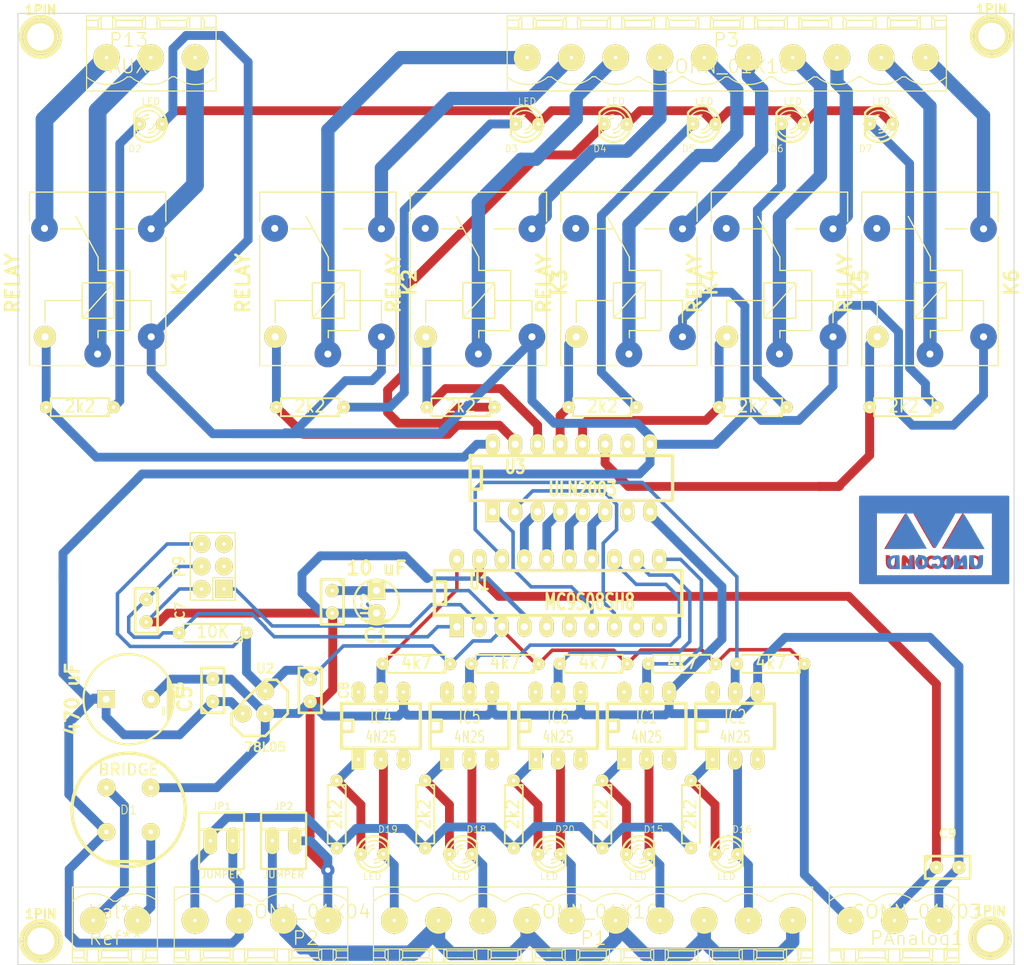
<source format=kicad_pcb>
(kicad_pcb (version 4) (host pcbnew 0.201412071631+5313~19~ubuntu14.04.1-product)
  (layers (0 F.Cu signal) (31 B.Cu signal) (34 B.Paste user) (35 F.Paste user) (36 B.SilkS user) (37 F.SilkS user) (38 B.Mask user) (39 F.Mask user) (44 Edge.Cuts user))
  (net 0 "")
  (net 1 /vreg)
  (net 2 GND)
  (net 3 /XTAL)
  (net 4 /EXTAL)
  (net 5 /24V)
  (net 6 /RESET)
  (net 7 /ADC)
  (net 8 /OPT4)
  (net 9 /OPT5)
  (net 10 /OPT1)
  (net 11 /OPT2)
  (net 12 "Net-(D1-Pad2)")
  (net 13 "Net-(D1-Pad4)")
  (net 14 "Net-(D2-Pad2)")
  (net 15 "Net-(D3-Pad2)")
  (net 16 "Net-(D4-Pad2)")
  (net 17 "Net-(D5-Pad2)")
  (net 18 "Net-(D6-Pad2)")
  (net 19 "Net-(D7-Pad2)")
  (net 20 "Net-(D15-Pad1)")
  (net 21 "Net-(D16-Pad1)")
  (net 22 "Net-(D18-Pad1)")
  (net 23 "Net-(D19-Pad1)")
  (net 24 "Net-(D20-Pad1)")
  (net 25 /In4)
  (net 26 "Net-(IC1-Pad6)")
  (net 27 /In5)
  (net 28 "Net-(IC2-Pad6)")
  (net 29 /In1)
  (net 30 "Net-(IC4-Pad6)")
  (net 31 /In2)
  (net 32 "Net-(IC5-Pad6)")
  (net 33 /In3)
  (net 34 "Net-(IC6-Pad6)")
  (net 35 /24Sen)
  (net 36 /COMSen)
  (net 37 "Net-(K1-Pad3)")
  (net 38 "Net-(K1-Pad4)")
  (net 39 /RAUX)
  (net 40 "Net-(K1-Pad1)")
  (net 41 "Net-(K2-Pad4)")
  (net 42 /R1)
  (net 43 "Net-(K2-Pad1)")
  (net 44 "Net-(K3-Pad4)")
  (net 45 /R2)
  (net 46 "Net-(K3-Pad1)")
  (net 47 "Net-(K4-Pad4)")
  (net 48 /R3)
  (net 49 "Net-(K4-Pad1)")
  (net 50 "Net-(K5-Pad4)")
  (net 51 /R4)
  (net 52 "Net-(K5-Pad1)")
  (net 53 "Net-(K6-Pad4)")
  (net 54 /R5)
  (net 55 "Net-(K6-Pad1)")
  (net 56 /OPT3)
  (net 57 /BDM)
  (net 58 "Net-(P9-Pad3)")
  (net 59 "Net-(P9-Pad5)")
  (net 60 /Out5)
  (net 61 /OutAux)
  (net 62 /Out1)
  (net 63 /Out2)
  (net 64 /Out3)
  (net 65 /Out4)
  (net 66 "Net-(U3-Pad7)")
  (net 67 "Net-(U3-Pad10)")
  (module locales:PHOENIX_MSTBA2,54-G_10 (layer F.Cu) (at 110 42.5)
    (fp_text reference P3 (at 0 -2) (layer F.SilkS))
    (fp_text value CONN_01X10 (at 0 1) (layer F.SilkS))
    (pad 1 thru_hole circle (at -22.5 0) (size 3 3) (drill 0.4) (layers *.Cu *.Mask F.SilkS) (net 43 "Net-(K2-Pad1)"))
    (pad 2 thru_hole circle (at -17.5 0) (size 3 3) (drill 0.4) (layers *.Cu *.Mask F.SilkS) (net 41 "Net-(K2-Pad4)"))
    (pad 3 thru_hole circle (at -12.5 0) (size 3 3) (drill 0.4) (layers *.Cu *.Mask F.SilkS) (net 46 "Net-(K3-Pad1)"))
    (pad 4 thru_hole circle (at -7.5 0) (size 3 3) (drill 0.4) (layers *.Cu *.Mask F.SilkS) (net 44 "Net-(K3-Pad4)"))
    (pad 5 thru_hole circle (at -2.5 0) (size 3 3) (drill 0.4) (layers *.Cu *.Mask F.SilkS) (net 49 "Net-(K4-Pad1)"))
    (pad 6 thru_hole circle (at 2.5 0) (size 3 3) (drill 0.4) (layers *.Cu *.Mask F.SilkS) (net 47 "Net-(K4-Pad4)"))
    (pad 7 thru_hole circle (at 7.5 0) (size 3 3) (drill 0.4) (layers *.Cu *.Mask F.SilkS) (net 52 "Net-(K5-Pad1)"))
    (pad 8 thru_hole circle (at 12.5 0) (size 3 3) (drill 0.4) (layers *.Cu *.Mask F.SilkS) (net 50 "Net-(K5-Pad4)"))
    (pad 9 thru_hole circle (at 17.5 0) (size 3 3) (drill 0.4) (layers *.Cu *.Mask F.SilkS) (net 55 "Net-(K6-Pad1)"))
    (pad 10 thru_hole circle (at 22.5 0) (size 3 3) (drill 0.4) (layers *.Cu *.Mask F.SilkS) (net 53 "Net-(K6-Pad4)"))
  )
  (module LOGO (layer B.Cu) (at 134 97 180)
    (fp_text reference G*** hide)
    (fp_text value LOGO hide)
    (fp_poly (pts (xy 7.239 3.85318) (xy 0.0635 3.83286) (xy -7.112 3.81) (xy -7.13486 -0.10668) (xy -7.15772 -4.02082) (xy -7.17804 -0.0635) (xy -7.19582 3.89382) (xy 0.02032 3.8735) (xy 7.239 3.85318) (xy 7.239 3.85318)) (layer B.Cu) (width 0.00254))
    (fp_poly (pts (xy 2.6797 -2.4511) (xy 2.6416 -2.7686) (xy 2.49682 -3.04038) (xy 2.27838 -3.2258) (xy 2.27838 -2.56286) (xy 2.2479 -2.3622) (xy 2.1336 -2.20218) (xy 1.97104 -2.12598) (xy 1.79832 -2.16662) (xy 1.66116 -2.34188) (xy 1.61036 -2.58572) (xy 1.64084 -2.75844) (xy 1.75514 -2.85242) (xy 1.9431 -2.87274) (xy 2.13106 -2.81178) (xy 2.1971 -2.7559) (xy 2.27838 -2.56286) (xy 2.27838 -3.2258) (xy 2.26822 -3.23596) (xy 1.98374 -3.3274) (xy 1.6891 -3.28422) (xy 1.40462 -3.0988) (xy 1.22936 -2.80162) (xy 1.18618 -2.52984) (xy 1.24968 -2.19202) (xy 1.4224 -1.93802) (xy 1.66878 -1.77546) (xy 1.95072 -1.71958) (xy 2.23266 -1.778) (xy 2.4765 -1.96088) (xy 2.58572 -2.12344) (xy 2.6797 -2.4511) (xy 2.6797 -2.4511)) (layer B.Cu) (width 0.00254))
    (fp_poly (pts (xy -3.47218 -2.286) (xy -3.50012 -2.7305) (xy -3.59918 -3.03276) (xy -3.78206 -3.2131) (xy -4.06146 -3.29438) (xy -4.23418 -3.302) (xy -4.5085 -3.28422) (xy -4.68122 -3.21818) (xy -4.82092 -3.07848) (xy -4.92252 -2.90576) (xy -4.9784 -2.68224) (xy -4.99618 -2.35458) (xy -4.99618 -2.28346) (xy -4.99618 -1.71196) (xy -4.74218 -1.72212) (xy -4.60248 -1.73482) (xy -4.52628 -1.78562) (xy -4.4958 -1.91262) (xy -4.48818 -2.15646) (xy -4.48818 -2.25298) (xy -4.46024 -2.63652) (xy -4.37388 -2.86258) (xy -4.22656 -2.93624) (xy -4.12242 -2.91338) (xy -4.04114 -2.83464) (xy -3.99034 -2.64668) (xy -3.9624 -2.3241) (xy -3.9624 -2.2987) (xy -3.94462 -1.99898) (xy -3.91668 -1.8288) (xy -3.8608 -1.7526) (xy -3.75666 -1.72974) (xy -3.70332 -1.7272) (xy -3.5814 -1.72974) (xy -3.51028 -1.77038) (xy -3.4798 -1.8923) (xy -3.47218 -2.12598) (xy -3.47218 -2.286) (xy -3.47218 -2.286)) (layer B.Cu) (width 0.00254))
    (fp_poly (pts (xy -1.68656 -3.302) (xy -1.92278 -3.302) (xy -2.08534 -3.27152) (xy -2.23012 -3.15468) (xy -2.4003 -2.921) (xy -2.413 -2.89814) (xy -2.667 -2.49682) (xy -2.6924 -2.90068) (xy -2.71526 -3.14198) (xy -2.76352 -3.26136) (xy -2.86766 -3.29946) (xy -2.9718 -3.302) (xy -3.22326 -3.302) (xy -3.2004 -2.5273) (xy -3.18516 -2.16154) (xy -3.16484 -1.9304) (xy -3.12928 -1.8034) (xy -3.06832 -1.74498) (xy -2.9845 -1.72212) (xy -2.76606 -1.76784) (xy -2.64414 -1.87452) (xy -2.48158 -2.07264) (xy -2.3114 -2.27584) (xy -2.12344 -2.49682) (xy -2.1209 -2.09042) (xy -2.11074 -1.84404) (xy -2.07518 -1.72974) (xy -1.99136 -1.7018) (xy -1.92532 -1.70942) (xy -1.83642 -1.73228) (xy -1.778 -1.79324) (xy -1.74498 -1.92532) (xy -1.72466 -2.16408) (xy -1.71196 -2.51968) (xy -1.68656 -3.302) (xy -1.68656 -3.302)) (layer B.Cu) (width 0.00254))
    (fp_poly (pts (xy -0.84074 -3.302) (xy -1.09728 -3.302) (xy -1.35382 -3.302) (xy -1.35382 -2.49174) (xy -1.35382 -1.68148) (xy -1.12268 -1.70942) (xy -0.889 -1.73482) (xy -0.86614 -2.51968) (xy -0.84074 -3.302) (xy -0.84074 -3.302)) (layer B.Cu) (width 0.00254))
    (fp_poly (pts (xy 0.82296 -2.77368) (xy 0.8128 -2.921) (xy 0.65024 -3.11658) (xy 0.37338 -3.27152) (xy 0.05588 -3.28422) (xy -0.24892 -3.15214) (xy -0.2794 -3.13182) (xy -0.48768 -2.88036) (xy -0.56642 -2.5908) (xy -0.53086 -2.30124) (xy -0.39624 -2.03962) (xy -0.18542 -1.84658) (xy 0.0889 -1.75006) (xy 0.40894 -1.78562) (xy 0.41402 -1.78816) (xy 0.64516 -1.905) (xy 0.77216 -2.04216) (xy 0.77724 -2.16916) (xy 0.66802 -2.24536) (xy 0.48768 -2.25298) (xy 0.39624 -2.2098) (xy 0.20828 -2.1209) (xy 0.01524 -2.17424) (xy -0.0889 -2.29362) (xy -0.14478 -2.52222) (xy -0.10414 -2.74828) (xy 0.02032 -2.89814) (xy 0.04826 -2.91084) (xy 0.21082 -2.91592) (xy 0.38608 -2.84988) (xy 0.49784 -2.75082) (xy 0.508 -2.71272) (xy 0.57404 -2.67208) (xy 0.67818 -2.68478) (xy 0.82296 -2.77368) (xy 0.82296 -2.77368)) (layer B.Cu) (width 0.00254))
    (fp_poly (pts (xy 4.14782 -3.09118) (xy 4.1402 -3.2004) (xy 4.0894 -3.2639) (xy 3.95986 -3.29184) (xy 3.71348 -3.302) (xy 3.556 -3.302) (xy 2.96418 -3.302) (xy 2.96418 -2.50952) (xy 2.96418 -2.13868) (xy 2.97688 -1.90754) (xy 3.00228 -1.78308) (xy 3.05562 -1.73228) (xy 3.13944 -1.72466) (xy 3.15468 -1.72466) (xy 3.25628 -1.74498) (xy 3.3147 -1.8161) (xy 3.34772 -1.97612) (xy 3.36804 -2.26314) (xy 3.36804 -2.30632) (xy 3.39344 -2.87782) (xy 3.7719 -2.87782) (xy 4.00558 -2.88798) (xy 4.1148 -2.93116) (xy 4.14782 -3.0353) (xy 4.14782 -3.09118) (xy 4.14782 -3.09118)) (layer B.Cu) (width 0.00254))
    (fp_poly (pts (xy 5.83946 -2.37236) (xy 5.81914 -2.68478) (xy 5.64896 -3.00736) (xy 5.62356 -3.04038) (xy 5.48132 -3.19024) (xy 5.41528 -3.22326) (xy 5.41528 -2.49174) (xy 5.34924 -2.26314) (xy 5.1943 -2.09296) (xy 4.98856 -2.032) (xy 4.89204 -2.05486) (xy 4.84378 -2.14884) (xy 4.826 -2.35712) (xy 4.826 -2.48412) (xy 4.8387 -2.81432) (xy 4.8895 -2.99466) (xy 4.9911 -3.04038) (xy 5.15874 -2.96418) (xy 5.22986 -2.91592) (xy 5.37972 -2.72542) (xy 5.41528 -2.49174) (xy 5.41528 -3.22326) (xy 5.33654 -3.26644) (xy 5.12826 -3.29692) (xy 4.89966 -3.302) (xy 4.39674 -3.302) (xy 4.4196 -2.5273) (xy 4.445 -1.75514) (xy 4.74218 -1.72974) (xy 5.15874 -1.75006) (xy 5.49402 -1.8796) (xy 5.72516 -2.0955) (xy 5.83946 -2.37236) (xy 5.83946 -2.37236)) (layer B.Cu) (width 0.00254))
    (fp_poly (pts (xy -0.508 -0.96266) (xy -0.58928 -0.97536) (xy -0.81788 -0.98806) (xy -1.17348 -0.99822) (xy -1.63322 -1.00838) (xy -2.17424 -1.01346) (xy -2.77876 -1.016) (xy -2.8448 -1.016) (xy -5.17906 -1.016) (xy -5.01396 -0.74168) (xy -4.92506 -0.58928) (xy -4.76504 -0.31496) (xy -4.54914 0.05334) (xy -4.2926 0.4953) (xy -4.00812 0.98552) (xy -3.85318 1.24968) (xy -3.57124 1.73228) (xy -3.3147 2.16408) (xy -3.0988 2.52222) (xy -2.9337 2.78638) (xy -2.8321 2.93624) (xy -2.8067 2.96164) (xy -2.75336 2.89052) (xy -2.6289 2.69748) (xy -2.44856 2.40284) (xy -2.22504 2.032) (xy -1.97358 1.60528) (xy -1.70434 1.14808) (xy -1.43256 0.6858) (xy -1.17348 0.23622) (xy -0.93726 -0.17272) (xy -0.74168 -0.51816) (xy -0.5969 -0.77978) (xy -0.51816 -0.93472) (xy -0.508 -0.96266) (xy -0.508 -0.96266)) (layer B.Cu) (width 0.00254))
    (fp_poly (pts (xy 2.8067 3.048) (xy 2.53238 2.56032) (xy 2.33172 2.20726) (xy 2.1082 1.82118) (xy 1.98374 1.60782) (xy 1.83896 1.36398) (xy 1.63322 1.01092) (xy 1.39192 0.59944) (xy 1.14046 0.1651) (xy 1.07442 0.05334) (xy 0.83058 -0.36576) (xy 0.65532 -0.65532) (xy 0.5334 -0.83312) (xy 0.45212 -0.91948) (xy 0.3937 -0.92964) (xy 0.34544 -0.88138) (xy 0.31496 -0.83566) (xy 0.17018 -0.59944) (xy -0.02286 -0.26924) (xy -0.25654 0.12954) (xy -0.51562 0.57404) (xy -0.78232 1.03886) (xy -1.04902 1.50368) (xy -1.29794 1.9431) (xy -1.51638 2.33172) (xy -1.69418 2.64922) (xy -1.81356 2.8702) (xy -1.86182 2.9718) (xy -1.86182 2.97434) (xy -1.78308 2.99466) (xy -1.55448 3.0099) (xy -1.19888 3.02514) (xy -0.73914 3.03784) (xy -0.19558 3.04546) (xy 0.40894 3.048) (xy 0.47244 3.048) (xy 2.8067 3.048) (xy 2.8067 3.048)) (layer B.Cu) (width 0.00254))
    (fp_poly (pts (xy 6.01472 -1.016) (xy 3.68554 -1.016) (xy 3.07594 -1.01346) (xy 2.5273 -1.01092) (xy 2.05994 -1.00584) (xy 1.69418 -0.99822) (xy 1.45034 -0.9906) (xy 1.35382 -0.98044) (xy 1.39446 -0.90424) (xy 1.50622 -0.70358) (xy 1.67894 -0.40132) (xy 1.89484 -0.0254) (xy 2.14376 0.4064) (xy 2.41046 0.86868) (xy 2.68224 1.33604) (xy 2.94386 1.7907) (xy 3.1877 2.20472) (xy 3.39344 2.56032) (xy 3.55346 2.82702) (xy 3.64998 2.98958) (xy 3.67284 3.02514) (xy 3.7211 2.96418) (xy 3.83286 2.78384) (xy 3.99542 2.51206) (xy 4.191 2.17932) (xy 4.45262 1.72212) (xy 4.75742 1.19888) (xy 5.0546 0.68834) (xy 5.20954 0.42164) (xy 5.42798 0.04826) (xy 5.6261 -0.29972) (xy 5.78612 -0.57912) (xy 5.87248 -0.74168) (xy 6.01472 -1.016) (xy 6.01472 -1.016)) (layer B.Cu) (width 0.00254))
  )
  (module LOGO (layer F.Cu) (at 133 97)
    (fp_text reference G*** hide)
    (fp_text value LOGO hide)
    (fp_poly (pts (xy 7.239 -3.85318) (xy 0.0635 -3.83286) (xy -7.112 -3.81) (xy -7.13486 0.10668) (xy -7.15772 4.02082) (xy -7.17804 0.0635) (xy -7.19582 -3.89382) (xy 0.02032 -3.8735) (xy 7.239 -3.85318) (xy 7.239 -3.85318)) (layer F.Cu) (width 0.00254))
    (fp_poly (pts (xy 2.6797 2.4511) (xy 2.6416 2.7686) (xy 2.49682 3.04038) (xy 2.27838 3.2258) (xy 2.27838 2.56286) (xy 2.2479 2.3622) (xy 2.1336 2.20218) (xy 1.97104 2.12598) (xy 1.79832 2.16662) (xy 1.66116 2.34188) (xy 1.61036 2.58572) (xy 1.64084 2.75844) (xy 1.75514 2.85242) (xy 1.9431 2.87274) (xy 2.13106 2.81178) (xy 2.1971 2.7559) (xy 2.27838 2.56286) (xy 2.27838 3.2258) (xy 2.26822 3.23596) (xy 1.98374 3.3274) (xy 1.6891 3.28422) (xy 1.40462 3.0988) (xy 1.22936 2.80162) (xy 1.18618 2.52984) (xy 1.24968 2.19202) (xy 1.4224 1.93802) (xy 1.66878 1.77546) (xy 1.95072 1.71958) (xy 2.23266 1.778) (xy 2.4765 1.96088) (xy 2.58572 2.12344) (xy 2.6797 2.4511) (xy 2.6797 2.4511)) (layer F.Cu) (width 0.00254))
    (fp_poly (pts (xy -3.47218 2.286) (xy -3.50012 2.7305) (xy -3.59918 3.03276) (xy -3.78206 3.2131) (xy -4.06146 3.29438) (xy -4.23418 3.302) (xy -4.5085 3.28422) (xy -4.68122 3.21818) (xy -4.82092 3.07848) (xy -4.92252 2.90576) (xy -4.9784 2.68224) (xy -4.99618 2.35458) (xy -4.99618 2.28346) (xy -4.99618 1.71196) (xy -4.74218 1.72212) (xy -4.60248 1.73482) (xy -4.52628 1.78562) (xy -4.4958 1.91262) (xy -4.48818 2.15646) (xy -4.48818 2.25298) (xy -4.46024 2.63652) (xy -4.37388 2.86258) (xy -4.22656 2.93624) (xy -4.12242 2.91338) (xy -4.04114 2.83464) (xy -3.99034 2.64668) (xy -3.9624 2.3241) (xy -3.9624 2.2987) (xy -3.94462 1.99898) (xy -3.91668 1.8288) (xy -3.8608 1.7526) (xy -3.75666 1.72974) (xy -3.70332 1.7272) (xy -3.5814 1.72974) (xy -3.51028 1.77038) (xy -3.4798 1.8923) (xy -3.47218 2.12598) (xy -3.47218 2.286) (xy -3.47218 2.286)) (layer F.Cu) (width 0.00254))
    (fp_poly (pts (xy -1.68656 3.302) (xy -1.92278 3.302) (xy -2.08534 3.27152) (xy -2.23012 3.15468) (xy -2.4003 2.921) (xy -2.413 2.89814) (xy -2.667 2.49682) (xy -2.6924 2.90068) (xy -2.71526 3.14198) (xy -2.76352 3.26136) (xy -2.86766 3.29946) (xy -2.9718 3.302) (xy -3.22326 3.302) (xy -3.2004 2.5273) (xy -3.18516 2.16154) (xy -3.16484 1.9304) (xy -3.12928 1.8034) (xy -3.06832 1.74498) (xy -2.9845 1.72212) (xy -2.76606 1.76784) (xy -2.64414 1.87452) (xy -2.48158 2.07264) (xy -2.3114 2.27584) (xy -2.12344 2.49682) (xy -2.1209 2.09042) (xy -2.11074 1.84404) (xy -2.07518 1.72974) (xy -1.99136 1.7018) (xy -1.92532 1.70942) (xy -1.83642 1.73228) (xy -1.778 1.79324) (xy -1.74498 1.92532) (xy -1.72466 2.16408) (xy -1.71196 2.51968) (xy -1.68656 3.302) (xy -1.68656 3.302)) (layer F.Cu) (width 0.00254))
    (fp_poly (pts (xy -0.84074 3.302) (xy -1.09728 3.302) (xy -1.35382 3.302) (xy -1.35382 2.49174) (xy -1.35382 1.68148) (xy -1.12268 1.70942) (xy -0.889 1.73482) (xy -0.86614 2.51968) (xy -0.84074 3.302) (xy -0.84074 3.302)) (layer F.Cu) (width 0.00254))
    (fp_poly (pts (xy 0.82296 2.77368) (xy 0.8128 2.921) (xy 0.65024 3.11658) (xy 0.37338 3.27152) (xy 0.05588 3.28422) (xy -0.24892 3.15214) (xy -0.2794 3.13182) (xy -0.48768 2.88036) (xy -0.56642 2.5908) (xy -0.53086 2.30124) (xy -0.39624 2.03962) (xy -0.18542 1.84658) (xy 0.0889 1.75006) (xy 0.40894 1.78562) (xy 0.41402 1.78816) (xy 0.64516 1.905) (xy 0.77216 2.04216) (xy 0.77724 2.16916) (xy 0.66802 2.24536) (xy 0.48768 2.25298) (xy 0.39624 2.2098) (xy 0.20828 2.1209) (xy 0.01524 2.17424) (xy -0.0889 2.29362) (xy -0.14478 2.52222) (xy -0.10414 2.74828) (xy 0.02032 2.89814) (xy 0.04826 2.91084) (xy 0.21082 2.91592) (xy 0.38608 2.84988) (xy 0.49784 2.75082) (xy 0.508 2.71272) (xy 0.57404 2.67208) (xy 0.67818 2.68478) (xy 0.82296 2.77368) (xy 0.82296 2.77368)) (layer F.Cu) (width 0.00254))
    (fp_poly (pts (xy 4.14782 3.09118) (xy 4.1402 3.2004) (xy 4.0894 3.2639) (xy 3.95986 3.29184) (xy 3.71348 3.302) (xy 3.556 3.302) (xy 2.96418 3.302) (xy 2.96418 2.50952) (xy 2.96418 2.13868) (xy 2.97688 1.90754) (xy 3.00228 1.78308) (xy 3.05562 1.73228) (xy 3.13944 1.72466) (xy 3.15468 1.72466) (xy 3.25628 1.74498) (xy 3.3147 1.8161) (xy 3.34772 1.97612) (xy 3.36804 2.26314) (xy 3.36804 2.30632) (xy 3.39344 2.87782) (xy 3.7719 2.87782) (xy 4.00558 2.88798) (xy 4.1148 2.93116) (xy 4.14782 3.0353) (xy 4.14782 3.09118) (xy 4.14782 3.09118)) (layer F.Cu) (width 0.00254))
    (fp_poly (pts (xy 5.83946 2.37236) (xy 5.81914 2.68478) (xy 5.64896 3.00736) (xy 5.62356 3.04038) (xy 5.48132 3.19024) (xy 5.41528 3.22326) (xy 5.41528 2.49174) (xy 5.34924 2.26314) (xy 5.1943 2.09296) (xy 4.98856 2.032) (xy 4.89204 2.05486) (xy 4.84378 2.14884) (xy 4.826 2.35712) (xy 4.826 2.48412) (xy 4.8387 2.81432) (xy 4.8895 2.99466) (xy 4.9911 3.04038) (xy 5.15874 2.96418) (xy 5.22986 2.91592) (xy 5.37972 2.72542) (xy 5.41528 2.49174) (xy 5.41528 3.22326) (xy 5.33654 3.26644) (xy 5.12826 3.29692) (xy 4.89966 3.302) (xy 4.39674 3.302) (xy 4.4196 2.5273) (xy 4.445 1.75514) (xy 4.74218 1.72974) (xy 5.15874 1.75006) (xy 5.49402 1.8796) (xy 5.72516 2.0955) (xy 5.83946 2.37236) (xy 5.83946 2.37236)) (layer F.Cu) (width 0.00254))
    (fp_poly (pts (xy -0.508 0.96266) (xy -0.58928 0.97536) (xy -0.81788 0.98806) (xy -1.17348 0.99822) (xy -1.63322 1.00838) (xy -2.17424 1.01346) (xy -2.77876 1.016) (xy -2.8448 1.016) (xy -5.17906 1.016) (xy -5.01396 0.74168) (xy -4.92506 0.58928) (xy -4.76504 0.31496) (xy -4.54914 -0.05334) (xy -4.2926 -0.4953) (xy -4.00812 -0.98552) (xy -3.85318 -1.24968) (xy -3.57124 -1.73228) (xy -3.3147 -2.16408) (xy -3.0988 -2.52222) (xy -2.9337 -2.78638) (xy -2.8321 -2.93624) (xy -2.8067 -2.96164) (xy -2.75336 -2.89052) (xy -2.6289 -2.69748) (xy -2.44856 -2.40284) (xy -2.22504 -2.032) (xy -1.97358 -1.60528) (xy -1.70434 -1.14808) (xy -1.43256 -0.6858) (xy -1.17348 -0.23622) (xy -0.93726 0.17272) (xy -0.74168 0.51816) (xy -0.5969 0.77978) (xy -0.51816 0.93472) (xy -0.508 0.96266) (xy -0.508 0.96266)) (layer F.Cu) (width 0.00254))
    (fp_poly (pts (xy 2.8067 -3.048) (xy 2.53238 -2.56032) (xy 2.33172 -2.20726) (xy 2.1082 -1.82118) (xy 1.98374 -1.60782) (xy 1.83896 -1.36398) (xy 1.63322 -1.01092) (xy 1.39192 -0.59944) (xy 1.14046 -0.1651) (xy 1.07442 -0.05334) (xy 0.83058 0.36576) (xy 0.65532 0.65532) (xy 0.5334 0.83312) (xy 0.45212 0.91948) (xy 0.3937 0.92964) (xy 0.34544 0.88138) (xy 0.31496 0.83566) (xy 0.17018 0.59944) (xy -0.02286 0.26924) (xy -0.25654 -0.12954) (xy -0.51562 -0.57404) (xy -0.78232 -1.03886) (xy -1.04902 -1.50368) (xy -1.29794 -1.9431) (xy -1.51638 -2.33172) (xy -1.69418 -2.64922) (xy -1.81356 -2.8702) (xy -1.86182 -2.9718) (xy -1.86182 -2.97434) (xy -1.78308 -2.99466) (xy -1.55448 -3.0099) (xy -1.19888 -3.02514) (xy -0.73914 -3.03784) (xy -0.19558 -3.04546) (xy 0.40894 -3.048) (xy 0.47244 -3.048) (xy 2.8067 -3.048) (xy 2.8067 -3.048)) (layer F.Cu) (width 0.00254))
    (fp_poly (pts (xy 6.01472 1.016) (xy 3.68554 1.016) (xy 3.07594 1.01346) (xy 2.5273 1.01092) (xy 2.05994 1.00584) (xy 1.69418 0.99822) (xy 1.45034 0.9906) (xy 1.35382 0.98044) (xy 1.39446 0.90424) (xy 1.50622 0.70358) (xy 1.67894 0.40132) (xy 1.89484 0.0254) (xy 2.14376 -0.4064) (xy 2.41046 -0.86868) (xy 2.68224 -1.33604) (xy 2.94386 -1.7907) (xy 3.1877 -2.20472) (xy 3.39344 -2.56032) (xy 3.55346 -2.82702) (xy 3.64998 -2.98958) (xy 3.67284 -3.02514) (xy 3.7211 -2.96418) (xy 3.83286 -2.78384) (xy 3.99542 -2.51206) (xy 4.191 -2.17932) (xy 4.45262 -1.72212) (xy 4.75742 -1.19888) (xy 5.0546 -0.68834) (xy 5.20954 -0.42164) (xy 5.42798 -0.04826) (xy 5.6261 0.29972) (xy 5.78612 0.57912) (xy 5.87248 0.74168) (xy 6.01472 1.016) (xy 6.01472 1.016)) (layer F.Cu) (width 0.00254))
  )
  (module locales:PHOENIX_MSTBA2,54-G_3 (layer F.Cu) (at 129 140 180)
    (fp_text reference PAnalog1 (at -2.5 -2 180) (layer F.SilkS))
    (fp_text value CONN_01X03 (at -2.5 1 180) (layer F.SilkS))
    (pad 1 thru_hole circle (at -5 0 180) (size 3 3) (drill 0.4) (layers *.Cu *.Mask F.SilkS) (net 2 GND))
    (pad 2 thru_hole circle (at 0 0 180) (size 3 3) (drill 0.4) (layers *.Cu *.Mask F.SilkS) (net 7 /ADC))
    (pad 3 thru_hole circle (at 5 0 180) (size 3 3) (drill 0.4) (layers *.Cu *.Mask F.SilkS) (net 1 /vreg))
  )
  (module locales:PHOENIX_MSTBA2,54-G_10 (layer F.Cu) (at 95 140 180)
    (fp_text reference P1 (at 0 -2 180) (layer F.SilkS))
    (fp_text value CONN_01X10 (at 0 1 180) (layer F.SilkS))
    (pad 1 thru_hole circle (at -22.5 0 180) (size 3 3) (drill 0.4) (layers *.Cu *.Mask F.SilkS) (net 36 /COMSen))
    (pad 2 thru_hole circle (at -17.5 0 180) (size 3 3) (drill 0.4) (layers *.Cu *.Mask F.SilkS) (net 9 /OPT5))
    (pad 3 thru_hole circle (at -12.5 0 180) (size 3 3) (drill 0.4) (layers *.Cu *.Mask F.SilkS) (net 36 /COMSen))
    (pad 4 thru_hole circle (at -7.5 0 180) (size 3 3) (drill 0.4) (layers *.Cu *.Mask F.SilkS) (net 8 /OPT4))
    (pad 5 thru_hole circle (at -2.5 0 180) (size 3 3) (drill 0.4) (layers *.Cu *.Mask F.SilkS) (net 36 /COMSen))
    (pad 6 thru_hole circle (at 2.5 0 180) (size 3 3) (drill 0.4) (layers *.Cu *.Mask F.SilkS) (net 56 /OPT3))
    (pad 7 thru_hole circle (at 7.5 0 180) (size 3 3) (drill 0.4) (layers *.Cu *.Mask F.SilkS) (net 36 /COMSen))
    (pad 8 thru_hole circle (at 12.5 0 180) (size 3 3) (drill 0.4) (layers *.Cu *.Mask F.SilkS) (net 11 /OPT2))
    (pad 9 thru_hole circle (at 17.5 0 180) (size 3 3) (drill 0.4) (layers *.Cu *.Mask F.SilkS) (net 36 /COMSen))
    (pad 10 thru_hole circle (at 22.5 0 180) (size 3 3) (drill 0.4) (layers *.Cu *.Mask F.SilkS) (net 10 /OPT1))
  )
  (module locales:PHOENIX_MSTBA2,54-G_4 (layer F.Cu) (at 57.5 140 180)
    (fp_text reference P2 (at -5 -2 180) (layer F.SilkS))
    (fp_text value CONN_01X04 (at -5 1 180) (layer F.SilkS))
    (pad 1 thru_hole circle (at -7.5 0 180) (size 3 3) (drill 0.4) (layers *.Cu *.Mask F.SilkS) (net 2 GND))
    (pad 2 thru_hole circle (at -2.5 0 180) (size 3 3) (drill 0.4) (layers *.Cu *.Mask F.SilkS) (net 36 /COMSen))
    (pad 3 thru_hole circle (at 2.5 0 180) (size 3 3) (drill 0.4) (layers *.Cu *.Mask F.SilkS) (net 5 /24V))
    (pad 4 thru_hole circle (at 7.5 0 180) (size 3 3) (drill 0.4) (layers *.Cu *.Mask F.SilkS) (net 35 /24Sen))
  )
  (module locales:PHOENIX_MSTBA2,54-G_2 (layer F.Cu) (at 41 140 180)
    (fp_text reference Ref** (at 0 -2 180) (layer F.SilkS))
    (fp_text value Val** (at 0 1 180) (layer F.SilkS))
    (pad 1 thru_hole circle (at -2.5 0 180) (size 3 3) (drill 0.4) (layers *.Cu *.Mask F.SilkS) (net 13 "Net-(D1-Pad4)"))
    (pad 2 thru_hole circle (at 2.5 0 180) (size 3 3) (drill 0.4) (layers *.Cu *.Mask F.SilkS) (net 12 "Net-(D1-Pad2)"))
  )
  (module locales:PHOENIX_MSTBA2,54-G_3 (layer F.Cu) (at 45 42.5)
    (fp_text reference P13 (at -2.5 -2) (layer F.SilkS))
    (fp_text value AUX (at -2.5 1) (layer F.SilkS))
    (pad 1 thru_hole circle (at -5 0) (size 3 3) (drill 0.4) (layers *.Cu *.Mask F.SilkS) (net 38 "Net-(K1-Pad4)"))
    (pad 2 thru_hole circle (at 0 0) (size 3 3) (drill 0.4) (layers *.Cu *.Mask F.SilkS) (net 40 "Net-(K1-Pad1)"))
    (pad 3 thru_hole circle (at 5 0) (size 3 3) (drill 0.4) (layers *.Cu *.Mask F.SilkS) (net 37 "Net-(K1-Pad3)"))
  )
  (module Discret:R3 (layer F.Cu) (at 105 111 180)
    (fp_text reference R8 hide)
    (fp_text value 4k7 (at 0 0.127 180) (layer F.SilkS) (effects (font (size 1.397 1.27) (thickness 0.2032))))
    (pad 1 thru_hole circle (at -3.81 0 180) (size 1.397 1.397) (drill 0.4) (layers *.Cu *.Mask F.SilkS) (net 1 /vreg))
    (pad 2 thru_hole circle (at 3.81 0 180) (size 1.397 1.397) (drill 0.4) (layers *.Cu *.Mask F.SilkS) (net 31 /In2))
  )
  (module Capacitors_ThroughHole:Capacitor5x11RM2.5 (layer F.Cu) (at 70.5 104 180)
    (fp_text reference C1 (at 0 -3.81 180) (layer F.SilkS) (effects (font (thickness 0.3048))))
    (fp_text value "10 uF" (at 0 3.81 180) (layer F.SilkS) (effects (font (thickness 0.3048))))
    (pad 1 thru_hole rect (at 0 1.27 180) (size 1.99898 1.99898) (drill 0.8001) (layers *.Cu *.Mask F.SilkS) (net 1 /vreg))
    (pad 2 thru_hole circle (at 0 -1.27 180) (size 1.99898 1.99898) (drill 0.8001) (layers *.Cu *.Mask F.SilkS) (net 2 GND))
  )
  (module Capacitors_ThroughHole:Capacitor3MMDiscRM2.5 (layer F.Cu) (at 65.5 104 270)
    (fp_text reference C2 (at 0 -3.81 270) (layer F.SilkS) (effects (font (size 1.016 1.016) (thickness 0.2032))))
    (fp_text value "0,1 uF" hide)
    (pad 1 thru_hole circle (at -1.27 0 270) (size 1.50114 1.50114) (drill 0.4) (layers *.Cu *.Mask F.SilkS) (net 1 /vreg))
    (pad 2 thru_hole circle (at 1.27 0 270) (size 1.50114 1.50114) (drill 0.4) (layers *.Cu *.Mask F.SilkS) (net 2 GND))
  )
  (module Capacitors_ThroughHole:Capacitor10x16RM5 (layer F.Cu) (at 42.5 115 270)
    (fp_text reference C5 (at 0 -6.35 270) (layer F.SilkS) (effects (font (thickness 0.3048))))
    (fp_text value "470 uF" (at 0 6.35 270) (layer F.SilkS) (effects (font (thickness 0.3048))))
    (pad 1 thru_hole rect (at 0 2.54 270) (size 1.99898 1.99898) (drill 0.8001) (layers *.Cu *.Mask F.SilkS) (net 5 /24V))
    (pad 2 thru_hole circle (at 0 -2.54 270) (size 1.99898 1.99898) (drill 0.8001) (layers *.Cu *.Mask F.SilkS) (net 2 GND))
  )
  (module Capacitors_ThroughHole:Capacitor3MMDiscRM2.5 (layer F.Cu) (at 52 114 90)
    (fp_text reference C6 (at 0 -3.81 90) (layer F.SilkS) (effects (font (size 1.016 1.016) (thickness 0.2032))))
    (fp_text value "0.33 uF" hide)
    (pad 1 thru_hole circle (at -1.27 0 90) (size 1.50114 1.50114) (drill 0.4) (layers *.Cu *.Mask F.SilkS) (net 5 /24V))
    (pad 2 thru_hole circle (at 1.27 0 90) (size 1.50114 1.50114) (drill 0.4) (layers *.Cu *.Mask F.SilkS) (net 2 GND))
  )
  (module Capacitors_ThroughHole:Capacitor3MMDiscRM2.5 (layer F.Cu) (at 44.5 105 270)
    (fp_text reference C7 (at 0 -3.81 270) (layer F.SilkS) (effects (font (size 1.016 1.016) (thickness 0.2032))))
    (fp_text value "0.1 uF" hide)
    (pad 1 thru_hole circle (at -1.27 0 270) (size 1.50114 1.50114) (drill 0.4) (layers *.Cu *.Mask F.SilkS) (net 6 /RESET))
    (pad 2 thru_hole circle (at 1.27 0 270) (size 1.50114 1.50114) (drill 0.4) (layers *.Cu *.Mask F.SilkS) (net 2 GND))
  )
  (module Capacitors_ThroughHole:Capacitor3MMDiscRM2.5 (layer F.Cu) (at 63 114 270)
    (fp_text reference C8 (at 0 -3.81 270) (layer F.SilkS) (effects (font (size 1.016 1.016) (thickness 0.2032))))
    (fp_text value "0.01 uF" hide)
    (pad 1 thru_hole circle (at -1.27 0 270) (size 1.50114 1.50114) (drill 0.4) (layers *.Cu *.Mask F.SilkS) (net 1 /vreg))
    (pad 2 thru_hole circle (at 1.27 0 270) (size 1.50114 1.50114) (drill 0.4) (layers *.Cu *.Mask F.SilkS) (net 2 GND))
  )
  (module Capacitors_ThroughHole:Capacitor3MMDiscRM2.5 (layer F.Cu) (at 135 134)
    (fp_text reference C9 (at 0 -3.81) (layer F.SilkS) (effects (font (size 1.016 1.016) (thickness 0.2032))))
    (fp_text value "0,1 uF" hide)
    (pad 1 thru_hole circle (at -1.27 0) (size 1.50114 1.50114) (drill 0.4) (layers *.Cu *.Mask F.SilkS) (net 7 /ADC))
    (pad 2 thru_hole circle (at 1.27 0) (size 1.50114 1.50114) (drill 0.4) (layers *.Cu *.Mask F.SilkS) (net 2 GND))
  )
  (module Discret:PUSH_BUTT_SHAPE1 (layer F.Cu) (at 42.5 127.5)
    (fp_text reference D1 (at 0 0) (layer F.SilkS) (effects (font (size 1.00076 1.00076) (thickness 0.09906))))
    (fp_text value BRIDGE (at 0 -4.54914) (layer F.SilkS) (effects (font (size 1.27 1.27) (thickness 0.2032))))
    (pad 1 thru_hole circle (at -2.49936 -2.49936) (size 1.99898 1.99898) (drill 0.508) (layers *.Cu *.Mask F.SilkS) (net 12 "Net-(D1-Pad2)"))
    (pad 2 thru_hole circle (at 2.49936 -2.49936) (size 1.99898 1.99898) (drill 0.508) (layers *.Cu *.Mask F.SilkS) (net 2 GND))
    (pad 4 thru_hole circle (at 2.49936 2.49936) (size 1.99898 1.99898) (drill 0.508) (layers *.Cu *.Mask F.SilkS) (net 13 "Net-(D1-Pad4)"))
    (pad 3 thru_hole circle (at -2.49936 2.49936) (size 1.99898 1.99898) (drill 0.508) (layers *.Cu *.Mask F.SilkS) (net 5 /24V))
  )
  (module LEDs:LED-3MM (layer F.Cu) (at 45 50 180)
    (fp_text reference D2 (at 1.778 -2.794 180) (layer F.SilkS) (effects (font (size 0.762 0.762) (thickness 0.0889))))
    (fp_text value LED (at 0 2.54 180) (layer F.SilkS) (effects (font (size 0.762 0.762) (thickness 0.0889))))
    (pad 1 thru_hole circle (at -1.27 0 180) (size 1.397 1.397) (drill 0.4) (layers *.Cu *.Mask F.SilkS) (net 5 /24V))
    (pad 2 thru_hole circle (at 1.27 0 180) (size 1.397 1.397) (drill 0.4) (layers *.Cu *.Mask F.SilkS) (net 14 "Net-(D2-Pad2)"))
  )
  (module LEDs:LED-3MM (layer F.Cu) (at 87.5 50 180)
    (fp_text reference D3 (at 1.778 -2.794 180) (layer F.SilkS) (effects (font (size 0.762 0.762) (thickness 0.0889))))
    (fp_text value LED (at 0 2.54 180) (layer F.SilkS) (effects (font (size 0.762 0.762) (thickness 0.0889))))
    (pad 1 thru_hole circle (at -1.27 0 180) (size 1.397 1.397) (drill 0.4) (layers *.Cu *.Mask F.SilkS) (net 5 /24V))
    (pad 2 thru_hole circle (at 1.27 0 180) (size 1.397 1.397) (drill 0.4) (layers *.Cu *.Mask F.SilkS) (net 15 "Net-(D3-Pad2)"))
  )
  (module LEDs:LED-3MM (layer F.Cu) (at 97.5 50 180)
    (fp_text reference D4 (at 1.778 -2.794 180) (layer F.SilkS) (effects (font (size 0.762 0.762) (thickness 0.0889))))
    (fp_text value LED (at 0 2.54 180) (layer F.SilkS) (effects (font (size 0.762 0.762) (thickness 0.0889))))
    (pad 1 thru_hole circle (at -1.27 0 180) (size 1.397 1.397) (drill 0.4) (layers *.Cu *.Mask F.SilkS) (net 5 /24V))
    (pad 2 thru_hole circle (at 1.27 0 180) (size 1.397 1.397) (drill 0.4) (layers *.Cu *.Mask F.SilkS) (net 16 "Net-(D4-Pad2)"))
  )
  (module LEDs:LED-3MM (layer F.Cu) (at 107.5 50 180)
    (fp_text reference D5 (at 1.778 -2.794 180) (layer F.SilkS) (effects (font (size 0.762 0.762) (thickness 0.0889))))
    (fp_text value LED (at 0 2.54 180) (layer F.SilkS) (effects (font (size 0.762 0.762) (thickness 0.0889))))
    (pad 1 thru_hole circle (at -1.27 0 180) (size 1.397 1.397) (drill 0.4) (layers *.Cu *.Mask F.SilkS) (net 5 /24V))
    (pad 2 thru_hole circle (at 1.27 0 180) (size 1.397 1.397) (drill 0.4) (layers *.Cu *.Mask F.SilkS) (net 17 "Net-(D5-Pad2)"))
  )
  (module LEDs:LED-3MM (layer F.Cu) (at 117.5 50 180)
    (fp_text reference D6 (at 1.778 -2.794 180) (layer F.SilkS) (effects (font (size 0.762 0.762) (thickness 0.0889))))
    (fp_text value LED (at 0 2.54 180) (layer F.SilkS) (effects (font (size 0.762 0.762) (thickness 0.0889))))
    (pad 1 thru_hole circle (at -1.27 0 180) (size 1.397 1.397) (drill 0.4) (layers *.Cu *.Mask F.SilkS) (net 5 /24V))
    (pad 2 thru_hole circle (at 1.27 0 180) (size 1.397 1.397) (drill 0.4) (layers *.Cu *.Mask F.SilkS) (net 18 "Net-(D6-Pad2)"))
  )
  (module LEDs:LED-3MM (layer F.Cu) (at 127.5 50 180)
    (fp_text reference D7 (at 1.778 -2.794 180) (layer F.SilkS) (effects (font (size 0.762 0.762) (thickness 0.0889))))
    (fp_text value LED (at 0 2.54 180) (layer F.SilkS) (effects (font (size 0.762 0.762) (thickness 0.0889))))
    (pad 1 thru_hole circle (at -1.27 0 180) (size 1.397 1.397) (drill 0.4) (layers *.Cu *.Mask F.SilkS) (net 5 /24V))
    (pad 2 thru_hole circle (at 1.27 0 180) (size 1.397 1.397) (drill 0.4) (layers *.Cu *.Mask F.SilkS) (net 19 "Net-(D7-Pad2)"))
  )
  (module LEDs:LED-3MM (layer F.Cu) (at 100 132.5)
    (fp_text reference D15 (at 1.778 -2.794) (layer F.SilkS) (effects (font (size 0.762 0.762) (thickness 0.0889))))
    (fp_text value LED (at 0 2.54) (layer F.SilkS) (effects (font (size 0.762 0.762) (thickness 0.0889))))
    (pad 1 thru_hole circle (at -1.27 0) (size 1.397 1.397) (drill 0.4) (layers *.Cu *.Mask F.SilkS) (net 20 "Net-(D15-Pad1)"))
    (pad 2 thru_hole circle (at 1.27 0) (size 1.397 1.397) (drill 0.4) (layers *.Cu *.Mask F.SilkS) (net 8 /OPT4))
  )
  (module LEDs:LED-3MM (layer F.Cu) (at 110 132.5)
    (fp_text reference D16 (at 1.778 -2.794) (layer F.SilkS) (effects (font (size 0.762 0.762) (thickness 0.0889))))
    (fp_text value LED (at 0 2.54) (layer F.SilkS) (effects (font (size 0.762 0.762) (thickness 0.0889))))
    (pad 1 thru_hole circle (at -1.27 0) (size 1.397 1.397) (drill 0.4) (layers *.Cu *.Mask F.SilkS) (net 21 "Net-(D16-Pad1)"))
    (pad 2 thru_hole circle (at 1.27 0) (size 1.397 1.397) (drill 0.4) (layers *.Cu *.Mask F.SilkS) (net 9 /OPT5))
  )
  (module LEDs:LED-3MM (layer F.Cu) (at 80 132.5)
    (fp_text reference D18 (at 1.778 -2.794) (layer F.SilkS) (effects (font (size 0.762 0.762) (thickness 0.0889))))
    (fp_text value LED (at 0 2.54) (layer F.SilkS) (effects (font (size 0.762 0.762) (thickness 0.0889))))
    (pad 1 thru_hole circle (at -1.27 0) (size 1.397 1.397) (drill 0.4) (layers *.Cu *.Mask F.SilkS) (net 22 "Net-(D18-Pad1)"))
    (pad 2 thru_hole circle (at 1.27 0) (size 1.397 1.397) (drill 0.4) (layers *.Cu *.Mask F.SilkS) (net 11 /OPT2))
  )
  (module LEDs:LED-3MM (layer F.Cu) (at 70 132.5)
    (fp_text reference D19 (at 1.778 -2.794) (layer F.SilkS) (effects (font (size 0.762 0.762) (thickness 0.0889))))
    (fp_text value LED (at 0 2.54) (layer F.SilkS) (effects (font (size 0.762 0.762) (thickness 0.0889))))
    (pad 1 thru_hole circle (at -1.27 0) (size 1.397 1.397) (drill 0.4) (layers *.Cu *.Mask F.SilkS) (net 23 "Net-(D19-Pad1)"))
    (pad 2 thru_hole circle (at 1.27 0) (size 1.397 1.397) (drill 0.4) (layers *.Cu *.Mask F.SilkS) (net 10 /OPT1))
  )
  (module LEDs:LED-3MM (layer F.Cu) (at 90 132.5)
    (fp_text reference D20 (at 1.778 -2.794) (layer F.SilkS) (effects (font (size 0.762 0.762) (thickness 0.0889))))
    (fp_text value LED (at 0 2.54) (layer F.SilkS) (effects (font (size 0.762 0.762) (thickness 0.0889))))
    (pad 1 thru_hole circle (at -1.27 0) (size 1.397 1.397) (drill 0.4) (layers *.Cu *.Mask F.SilkS) (net 24 "Net-(D20-Pad1)"))
    (pad 2 thru_hole circle (at 1.27 0) (size 1.397 1.397) (drill 0.4) (layers *.Cu *.Mask F.SilkS) (net 56 /OPT3))
  )
  (module Sockets_DIP:DIP-6__300_ELL (layer F.Cu) (at 101 118)
    (fp_text reference IC1 (at 0 -1.016) (layer F.SilkS) (effects (font (size 1.524 1.016) (thickness 0.1524))))
    (fp_text value 4N25 (at 0 1.27) (layer F.SilkS) (effects (font (size 1.27 0.889) (thickness 0.1524))))
    (pad 1 thru_hole rect (at -2.54 3.81) (size 1.5748 2.286) (drill 0.4) (layers *.Cu *.Mask F.SilkS) (net 20 "Net-(D15-Pad1)"))
    (pad 2 thru_hole oval (at 0 3.81) (size 1.5748 2.286) (drill 0.4) (layers *.Cu *.Mask F.SilkS) (net 8 /OPT4))
    (pad 3 thru_hole oval (at 2.54 3.81) (size 1.5748 2.286) (drill 0.4) (layers *.Cu *.Mask F.SilkS))
    (pad 4 thru_hole oval (at 2.54 -3.81) (size 1.5748 2.286) (drill 0.4) (layers *.Cu *.Mask F.SilkS) (net 2 GND))
    (pad 5 thru_hole oval (at 0 -3.81) (size 1.5748 2.286) (drill 0.4) (layers *.Cu *.Mask F.SilkS) (net 31 /In2))
    (pad 6 thru_hole oval (at -2.54 -3.81) (size 1.5748 2.286) (drill 0.4) (layers *.Cu *.Mask F.SilkS) (net 26 "Net-(IC1-Pad6)"))
  )
  (module Sockets_DIP:DIP-6__300_ELL (layer F.Cu) (at 111 118)
    (fp_text reference IC2 (at 0 -1.016) (layer F.SilkS) (effects (font (size 1.524 1.016) (thickness 0.1524))))
    (fp_text value 4N25 (at 0 1.27) (layer F.SilkS) (effects (font (size 1.27 0.889) (thickness 0.1524))))
    (pad 1 thru_hole rect (at -2.54 3.81) (size 1.5748 2.286) (drill 0.4) (layers *.Cu *.Mask F.SilkS) (net 21 "Net-(D16-Pad1)"))
    (pad 2 thru_hole oval (at 0 3.81) (size 1.5748 2.286) (drill 0.4) (layers *.Cu *.Mask F.SilkS) (net 9 /OPT5))
    (pad 3 thru_hole oval (at 2.54 3.81) (size 1.5748 2.286) (drill 0.4) (layers *.Cu *.Mask F.SilkS))
    (pad 4 thru_hole oval (at 2.54 -3.81) (size 1.5748 2.286) (drill 0.4) (layers *.Cu *.Mask F.SilkS) (net 2 GND))
    (pad 5 thru_hole oval (at 0 -3.81) (size 1.5748 2.286) (drill 0.4) (layers *.Cu *.Mask F.SilkS) (net 27 /In5))
    (pad 6 thru_hole oval (at -2.54 -3.81) (size 1.5748 2.286) (drill 0.4) (layers *.Cu *.Mask F.SilkS) (net 28 "Net-(IC2-Pad6)"))
  )
  (module Sockets_DIP:DIP-6__300_ELL (layer F.Cu) (at 71 118)
    (fp_text reference IC4 (at 0 -1.016) (layer F.SilkS) (effects (font (size 1.524 1.016) (thickness 0.1524))))
    (fp_text value 4N25 (at 0 1.27) (layer F.SilkS) (effects (font (size 1.27 0.889) (thickness 0.1524))))
    (pad 1 thru_hole rect (at -2.54 3.81) (size 1.5748 2.286) (drill 0.4) (layers *.Cu *.Mask F.SilkS) (net 23 "Net-(D19-Pad1)"))
    (pad 2 thru_hole oval (at 0 3.81) (size 1.5748 2.286) (drill 0.4) (layers *.Cu *.Mask F.SilkS) (net 10 /OPT1))
    (pad 3 thru_hole oval (at 2.54 3.81) (size 1.5748 2.286) (drill 0.4) (layers *.Cu *.Mask F.SilkS))
    (pad 4 thru_hole oval (at 2.54 -3.81) (size 1.5748 2.286) (drill 0.4) (layers *.Cu *.Mask F.SilkS) (net 2 GND))
    (pad 5 thru_hole oval (at 0 -3.81) (size 1.5748 2.286) (drill 0.4) (layers *.Cu *.Mask F.SilkS) (net 29 /In1))
    (pad 6 thru_hole oval (at -2.54 -3.81) (size 1.5748 2.286) (drill 0.4) (layers *.Cu *.Mask F.SilkS) (net 30 "Net-(IC4-Pad6)"))
  )
  (module Sockets_DIP:DIP-6__300_ELL (layer F.Cu) (at 81 118)
    (fp_text reference IC5 (at 0 -1.016) (layer F.SilkS) (effects (font (size 1.524 1.016) (thickness 0.1524))))
    (fp_text value 4N25 (at 0 1.27) (layer F.SilkS) (effects (font (size 1.27 0.889) (thickness 0.1524))))
    (pad 1 thru_hole rect (at -2.54 3.81) (size 1.5748 2.286) (drill 0.4) (layers *.Cu *.Mask F.SilkS) (net 22 "Net-(D18-Pad1)"))
    (pad 2 thru_hole oval (at 0 3.81) (size 1.5748 2.286) (drill 0.4) (layers *.Cu *.Mask F.SilkS) (net 11 /OPT2))
    (pad 3 thru_hole oval (at 2.54 3.81) (size 1.5748 2.286) (drill 0.4) (layers *.Cu *.Mask F.SilkS))
    (pad 4 thru_hole oval (at 2.54 -3.81) (size 1.5748 2.286) (drill 0.4) (layers *.Cu *.Mask F.SilkS) (net 2 GND))
    (pad 5 thru_hole oval (at 0 -3.81) (size 1.5748 2.286) (drill 0.4) (layers *.Cu *.Mask F.SilkS) (net 25 /In4))
    (pad 6 thru_hole oval (at -2.54 -3.81) (size 1.5748 2.286) (drill 0.4) (layers *.Cu *.Mask F.SilkS) (net 32 "Net-(IC5-Pad6)"))
  )
  (module Sockets_DIP:DIP-6__300_ELL (layer F.Cu) (at 91 118)
    (fp_text reference IC6 (at 0 -1.016) (layer F.SilkS) (effects (font (size 1.524 1.016) (thickness 0.1524))))
    (fp_text value 4N25 (at 0 1.27) (layer F.SilkS) (effects (font (size 1.27 0.889) (thickness 0.1524))))
    (pad 1 thru_hole rect (at -2.54 3.81) (size 1.5748 2.286) (drill 0.4) (layers *.Cu *.Mask F.SilkS) (net 24 "Net-(D20-Pad1)"))
    (pad 2 thru_hole oval (at 0 3.81) (size 1.5748 2.286) (drill 0.4) (layers *.Cu *.Mask F.SilkS) (net 56 /OPT3))
    (pad 3 thru_hole oval (at 2.54 3.81) (size 1.5748 2.286) (drill 0.4) (layers *.Cu *.Mask F.SilkS))
    (pad 4 thru_hole oval (at 2.54 -3.81) (size 1.5748 2.286) (drill 0.4) (layers *.Cu *.Mask F.SilkS) (net 2 GND))
    (pad 5 thru_hole oval (at 0 -3.81) (size 1.5748 2.286) (drill 0.4) (layers *.Cu *.Mask F.SilkS) (net 33 /In3))
    (pad 6 thru_hole oval (at -2.54 -3.81) (size 1.5748 2.286) (drill 0.4) (layers *.Cu *.Mask F.SilkS) (net 34 "Net-(IC6-Pad6)"))
  )
  (module Connect:PINHEAD1-2 (layer F.Cu) (at 53 131)
    (fp_text reference JP1 (at 0 -3.9) (layer F.SilkS) (effects (font (size 0.8 0.8) (thickness 0.12))))
    (fp_text value JUMPER (at 0 3.81) (layer F.SilkS) (effects (font (size 0.8 0.8) (thickness 0.12))))
    (pad 1 thru_hole oval (at -1.27 0) (size 1.50622 3.01498) (drill 0.4) (layers *.Cu *.Mask F.SilkS) (net 35 /24Sen))
    (pad 2 thru_hole oval (at 1.27 0) (size 1.50622 3.01498) (drill 0.4) (layers *.Cu *.Mask F.SilkS) (net 5 /24V))
  )
  (module Connect:PINHEAD1-2 (layer F.Cu) (at 60 131)
    (fp_text reference JP2 (at 0 -3.9) (layer F.SilkS) (effects (font (size 0.8 0.8) (thickness 0.12))))
    (fp_text value JUMPER (at 0 3.81) (layer F.SilkS) (effects (font (size 0.8 0.8) (thickness 0.12))))
    (pad 1 thru_hole oval (at -1.27 0) (size 1.50622 3.01498) (drill 0.4) (layers *.Cu *.Mask F.SilkS) (net 36 /COMSen))
    (pad 2 thru_hole oval (at 1.27 0) (size 1.50622 3.01498) (drill 0.4) (layers *.Cu *.Mask F.SilkS) (net 2 GND))
  )
  (module Relays_ThroughHole:Relay_SANYOU_SRD_Series_Form_C (layer F.Cu) (at 39 76 90)
    (fp_text reference K1 (at 8.1 9.2 90) (layer F.SilkS) (effects (font (thickness 0.3048))))
    (fp_text value RELAY (at 8 -9.6 90) (layer F.SilkS) (effects (font (thickness 0.3048))))
    (pad 2 thru_hole circle (at 1.95 6.05 180) (size 3 3) (drill 0.8) (layers *.Cu *.Mask) (net 5 /24V))
    (pad 3 thru_hole circle (at 14.15 6.05 180) (size 3 3) (drill 0.8) (layers *.Cu *.Mask) (net 37 "Net-(K1-Pad3)"))
    (pad 4 thru_hole circle (at 14.2 -6 180) (size 3 3) (drill 0.8) (layers *.Cu *.Mask) (net 38 "Net-(K1-Pad4)"))
    (pad 5 thru_hole circle (at 1.95 -5.95 180) (size 2.5 2.5) (drill 0.8) (layers *.Cu *.Mask F.SilkS) (net 39 /RAUX))
    (pad 1 thru_hole circle (at 0 0 180) (size 3 3) (drill 0.8) (layers *.Cu *.Mask) (net 40 "Net-(K1-Pad1)"))
  )
  (module Relays_ThroughHole:Relay_SANYOU_SRD_Series_Form_C (layer F.Cu) (at 65 76 90)
    (fp_text reference K2 (at 8.1 9.2 90) (layer F.SilkS) (effects (font (thickness 0.3048))))
    (fp_text value RELAY (at 8 -9.6 90) (layer F.SilkS) (effects (font (thickness 0.3048))))
    (pad 2 thru_hole circle (at 1.95 6.05 180) (size 3 3) (drill 0.8) (layers *.Cu *.Mask) (net 5 /24V))
    (pad 3 thru_hole circle (at 14.15 6.05 180) (size 3 3) (drill 0.8) (layers *.Cu *.Mask) (net 41 "Net-(K2-Pad4)"))
    (pad 4 thru_hole circle (at 14.2 -6 180) (size 3 3) (drill 0.8) (layers *.Cu *.Mask))
    (pad 5 thru_hole circle (at 1.95 -5.95 180) (size 2.5 2.5) (drill 0.8) (layers *.Cu *.Mask F.SilkS) (net 42 /R1))
    (pad 1 thru_hole circle (at 0 0 180) (size 3 3) (drill 0.8) (layers *.Cu *.Mask) (net 43 "Net-(K2-Pad1)"))
  )
  (module Relays_ThroughHole:Relay_SANYOU_SRD_Series_Form_C (layer F.Cu) (at 82 76 90)
    (fp_text reference K3 (at 8.1 9.2 90) (layer F.SilkS) (effects (font (thickness 0.3048))))
    (fp_text value RELAY (at 8 -9.6 90) (layer F.SilkS) (effects (font (thickness 0.3048))))
    (pad 2 thru_hole circle (at 1.95 6.05 180) (size 3 3) (drill 0.8) (layers *.Cu *.Mask) (net 5 /24V))
    (pad 3 thru_hole circle (at 14.15 6.05 180) (size 3 3) (drill 0.8) (layers *.Cu *.Mask) (net 44 "Net-(K3-Pad4)"))
    (pad 4 thru_hole circle (at 14.2 -6 180) (size 3 3) (drill 0.8) (layers *.Cu *.Mask))
    (pad 5 thru_hole circle (at 1.95 -5.95 180) (size 2.5 2.5) (drill 0.8) (layers *.Cu *.Mask F.SilkS) (net 45 /R2))
    (pad 1 thru_hole circle (at 0 0 180) (size 3 3) (drill 0.8) (layers *.Cu *.Mask) (net 46 "Net-(K3-Pad1)"))
  )
  (module Relays_ThroughHole:Relay_SANYOU_SRD_Series_Form_C (layer F.Cu) (at 99 76 90)
    (fp_text reference K4 (at 8.1 9.2 90) (layer F.SilkS) (effects (font (thickness 0.3048))))
    (fp_text value RELAY (at 8 -9.6 90) (layer F.SilkS) (effects (font (thickness 0.3048))))
    (pad 2 thru_hole circle (at 1.95 6.05 180) (size 3 3) (drill 0.8) (layers *.Cu *.Mask) (net 5 /24V))
    (pad 3 thru_hole circle (at 14.15 6.05 180) (size 3 3) (drill 0.8) (layers *.Cu *.Mask) (net 47 "Net-(K4-Pad4)"))
    (pad 4 thru_hole circle (at 14.2 -6 180) (size 3 3) (drill 0.8) (layers *.Cu *.Mask))
    (pad 5 thru_hole circle (at 1.95 -5.95 180) (size 2.5 2.5) (drill 0.8) (layers *.Cu *.Mask F.SilkS) (net 48 /R3))
    (pad 1 thru_hole circle (at 0 0 180) (size 3 3) (drill 0.8) (layers *.Cu *.Mask) (net 49 "Net-(K4-Pad1)"))
  )
  (module Relays_ThroughHole:Relay_SANYOU_SRD_Series_Form_C (layer F.Cu) (at 116 76 90)
    (fp_text reference K5 (at 8.1 9.2 90) (layer F.SilkS) (effects (font (thickness 0.3048))))
    (fp_text value RELAY (at 8 -9.6 90) (layer F.SilkS) (effects (font (thickness 0.3048))))
    (pad 2 thru_hole circle (at 1.95 6.05 180) (size 3 3) (drill 0.8) (layers *.Cu *.Mask) (net 5 /24V))
    (pad 3 thru_hole circle (at 14.15 6.05 180) (size 3 3) (drill 0.8) (layers *.Cu *.Mask) (net 50 "Net-(K5-Pad4)"))
    (pad 4 thru_hole circle (at 14.2 -6 180) (size 3 3) (drill 0.8) (layers *.Cu *.Mask))
    (pad 5 thru_hole circle (at 1.95 -5.95 180) (size 2.5 2.5) (drill 0.8) (layers *.Cu *.Mask F.SilkS) (net 51 /R4))
    (pad 1 thru_hole circle (at 0 0 180) (size 3 3) (drill 0.8) (layers *.Cu *.Mask) (net 52 "Net-(K5-Pad1)"))
  )
  (module Relays_ThroughHole:Relay_SANYOU_SRD_Series_Form_C (layer F.Cu) (at 133 76 90)
    (fp_text reference K6 (at 8.1 9.2 90) (layer F.SilkS) (effects (font (thickness 0.3048))))
    (fp_text value RELAY (at 8 -9.6 90) (layer F.SilkS) (effects (font (thickness 0.3048))))
    (pad 2 thru_hole circle (at 1.95 6.05 180) (size 3 3) (drill 0.8) (layers *.Cu *.Mask) (net 5 /24V))
    (pad 3 thru_hole circle (at 14.15 6.05 180) (size 3 3) (drill 0.8) (layers *.Cu *.Mask) (net 53 "Net-(K6-Pad4)"))
    (pad 4 thru_hole circle (at 14.2 -6 180) (size 3 3) (drill 0.8) (layers *.Cu *.Mask))
    (pad 5 thru_hole circle (at 1.95 -5.95 180) (size 2.5 2.5) (drill 0.8) (layers *.Cu *.Mask F.SilkS) (net 54 /R5))
    (pad 1 thru_hole circle (at 0 0 180) (size 3 3) (drill 0.8) (layers *.Cu *.Mask) (net 55 "Net-(K6-Pad1)"))
  )
  (module Pin_Headers:Pin_Header_Straight_2x03 (layer F.Cu) (at 52 100 90)
    (fp_text reference P9 (at 0 -3.81 90) (layer F.SilkS) (effects (font (size 1.27 1.27) (thickness 0.2032))))
    (fp_text value BDM hide)
    (pad 1 thru_hole rect (at -2.54 1.27 90) (size 2 2) (drill 0.4) (layers *.Cu *.Mask F.SilkS) (net 57 /BDM))
    (pad 2 thru_hole oval (at -2.54 -1.27 90) (size 2 2) (drill 0.4) (layers *.Cu *.Mask F.SilkS) (net 2 GND))
    (pad 3 thru_hole oval (at 0 1.27 90) (size 2 2) (drill 0.4) (layers *.Cu *.Mask F.SilkS) (net 58 "Net-(P9-Pad3)"))
    (pad 4 thru_hole oval (at 0 -1.27 90) (size 2 2) (drill 0.4) (layers *.Cu *.Mask F.SilkS) (net 6 /RESET))
    (pad 5 thru_hole oval (at 2.54 1.27 90) (size 2 2) (drill 0.4) (layers *.Cu *.Mask F.SilkS) (net 59 "Net-(P9-Pad5)"))
    (pad 6 thru_hole oval (at 2.54 -1.27 90) (size 2 2) (drill 0.4) (layers *.Cu *.Mask F.SilkS) (net 1 /vreg))
  )
  (module Discret:R3 (layer F.Cu) (at 96 128 270)
    (fp_text reference R1 hide)
    (fp_text value 2k2 (at 0 0.127 270) (layer F.SilkS) (effects (font (size 1.397 1.27) (thickness 0.2032))))
    (pad 1 thru_hole circle (at -3.81 0 270) (size 1.397 1.397) (drill 0.4) (layers *.Cu *.Mask F.SilkS) (net 20 "Net-(D15-Pad1)"))
    (pad 2 thru_hole circle (at 3.81 0 270) (size 1.397 1.397) (drill 0.4) (layers *.Cu *.Mask F.SilkS) (net 35 /24Sen))
  )
  (module Discret:R3 (layer F.Cu) (at 106 128 270)
    (fp_text reference R2 hide)
    (fp_text value 2k2 (at 0 0.127 270) (layer F.SilkS) (effects (font (size 1.397 1.27) (thickness 0.2032))))
    (pad 1 thru_hole circle (at -3.81 0 270) (size 1.397 1.397) (drill 0.4) (layers *.Cu *.Mask F.SilkS) (net 21 "Net-(D16-Pad1)"))
    (pad 2 thru_hole circle (at 3.81 0 270) (size 1.397 1.397) (drill 0.4) (layers *.Cu *.Mask F.SilkS) (net 35 /24Sen))
  )
  (module Discret:R3 (layer F.Cu) (at 66 128 270)
    (fp_text reference R4 hide)
    (fp_text value 2k2 (at 0 0.127 270) (layer F.SilkS) (effects (font (size 1.397 1.27) (thickness 0.2032))))
    (pad 1 thru_hole circle (at -3.81 0 270) (size 1.397 1.397) (drill 0.4) (layers *.Cu *.Mask F.SilkS) (net 23 "Net-(D19-Pad1)"))
    (pad 2 thru_hole circle (at 3.81 0 270) (size 1.397 1.397) (drill 0.4) (layers *.Cu *.Mask F.SilkS) (net 35 /24Sen))
  )
  (module Discret:R3 (layer F.Cu) (at 76 128 270)
    (fp_text reference R5 hide)
    (fp_text value 2k2 (at 0 0.127 270) (layer F.SilkS) (effects (font (size 1.397 1.27) (thickness 0.2032))))
    (pad 1 thru_hole circle (at -3.81 0 270) (size 1.397 1.397) (drill 0.4) (layers *.Cu *.Mask F.SilkS) (net 22 "Net-(D18-Pad1)"))
    (pad 2 thru_hole circle (at 3.81 0 270) (size 1.397 1.397) (drill 0.4) (layers *.Cu *.Mask F.SilkS) (net 35 /24Sen))
  )
  (module Discret:R3 (layer F.Cu) (at 86 128 270)
    (fp_text reference R6 hide)
    (fp_text value 2k2 (at 0 0.127 270) (layer F.SilkS) (effects (font (size 1.397 1.27) (thickness 0.2032))))
    (pad 1 thru_hole circle (at -3.81 0 270) (size 1.397 1.397) (drill 0.4) (layers *.Cu *.Mask F.SilkS) (net 24 "Net-(D20-Pad1)"))
    (pad 2 thru_hole circle (at 3.81 0 270) (size 1.397 1.397) (drill 0.4) (layers *.Cu *.Mask F.SilkS) (net 35 /24Sen))
  )
  (module Discret:R3 (layer F.Cu) (at 115 111 180)
    (fp_text reference R8 hide)
    (fp_text value 4k7 (at 0 0.127 180) (layer F.SilkS) (effects (font (size 1.397 1.27) (thickness 0.2032))))
    (pad 1 thru_hole circle (at -3.81 0 180) (size 1.397 1.397) (drill 0.4) (layers *.Cu *.Mask F.SilkS) (net 1 /vreg))
    (pad 2 thru_hole circle (at 3.81 0 180) (size 1.397 1.397) (drill 0.4) (layers *.Cu *.Mask F.SilkS) (net 27 /In5))
  )
  (module Discret:R3 (layer F.Cu) (at 75 111 180)
    (fp_text reference R10 hide)
    (fp_text value 4k7 (at 0 0.127 180) (layer F.SilkS) (effects (font (size 1.397 1.27) (thickness 0.2032))))
    (pad 1 thru_hole circle (at -3.81 0 180) (size 1.397 1.397) (drill 0.4) (layers *.Cu *.Mask F.SilkS) (net 1 /vreg))
    (pad 2 thru_hole circle (at 3.81 0 180) (size 1.397 1.397) (drill 0.4) (layers *.Cu *.Mask F.SilkS) (net 29 /In1))
  )
  (module Discret:R3 (layer F.Cu) (at 85 111 180)
    (fp_text reference R11 hide)
    (fp_text value 4k7 (at 0 0.127 180) (layer F.SilkS) (effects (font (size 1.397 1.27) (thickness 0.2032))))
    (pad 1 thru_hole circle (at -3.81 0 180) (size 1.397 1.397) (drill 0.4) (layers *.Cu *.Mask F.SilkS) (net 1 /vreg))
    (pad 2 thru_hole circle (at 3.81 0 180) (size 1.397 1.397) (drill 0.4) (layers *.Cu *.Mask F.SilkS) (net 25 /In4))
  )
  (module Discret:R3 (layer F.Cu) (at 95 111 180)
    (fp_text reference R12 hide)
    (fp_text value 4k7 (at 0 0.127 180) (layer F.SilkS) (effects (font (size 1.397 1.27) (thickness 0.2032))))
    (pad 1 thru_hole circle (at -3.81 0 180) (size 1.397 1.397) (drill 0.4) (layers *.Cu *.Mask F.SilkS) (net 1 /vreg))
    (pad 2 thru_hole circle (at 3.81 0 180) (size 1.397 1.397) (drill 0.4) (layers *.Cu *.Mask F.SilkS) (net 33 /In3))
  )
  (module Discret:R3 (layer F.Cu) (at 52 107.5 180)
    (fp_text reference R13 hide)
    (fp_text value 10K (at 0 0.127 180) (layer F.SilkS) (effects (font (size 1.397 1.27) (thickness 0.2032))))
    (pad 1 thru_hole circle (at -3.81 0 180) (size 1.397 1.397) (drill 0.4) (layers *.Cu *.Mask F.SilkS) (net 1 /vreg))
    (pad 2 thru_hole circle (at 3.81 0 180) (size 1.397 1.397) (drill 0.4) (layers *.Cu *.Mask F.SilkS) (net 6 /RESET))
  )
  (module Discret:R3 (layer F.Cu) (at 37 82 180)
    (fp_text reference R14 hide)
    (fp_text value 2k2 (at 0 0.127 180) (layer F.SilkS) (effects (font (size 1.397 1.27) (thickness 0.2032))))
    (pad 1 thru_hole circle (at -3.81 0 180) (size 1.397 1.397) (drill 0.4) (layers *.Cu *.Mask F.SilkS) (net 14 "Net-(D2-Pad2)"))
    (pad 2 thru_hole circle (at 3.81 0 180) (size 1.397 1.397) (drill 0.4) (layers *.Cu *.Mask F.SilkS) (net 39 /RAUX))
  )
  (module Discret:R3 (layer F.Cu) (at 63 82 180)
    (fp_text reference R15 hide)
    (fp_text value 2k2 (at 0 0.127 180) (layer F.SilkS) (effects (font (size 1.397 1.27) (thickness 0.2032))))
    (pad 1 thru_hole circle (at -3.81 0 180) (size 1.397 1.397) (drill 0.4) (layers *.Cu *.Mask F.SilkS) (net 15 "Net-(D3-Pad2)"))
    (pad 2 thru_hole circle (at 3.81 0 180) (size 1.397 1.397) (drill 0.4) (layers *.Cu *.Mask F.SilkS) (net 42 /R1))
  )
  (module Discret:R3 (layer F.Cu) (at 80 82 180)
    (fp_text reference R16 hide)
    (fp_text value 2k2 (at 0 0.127 180) (layer F.SilkS) (effects (font (size 1.397 1.27) (thickness 0.2032))))
    (pad 1 thru_hole circle (at -3.81 0 180) (size 1.397 1.397) (drill 0.4) (layers *.Cu *.Mask F.SilkS) (net 16 "Net-(D4-Pad2)"))
    (pad 2 thru_hole circle (at 3.81 0 180) (size 1.397 1.397) (drill 0.4) (layers *.Cu *.Mask F.SilkS) (net 45 /R2))
  )
  (module Discret:R3 (layer F.Cu) (at 96 82 180)
    (fp_text reference R17 hide)
    (fp_text value 2k2 (at 0 0.127 180) (layer F.SilkS) (effects (font (size 1.397 1.27) (thickness 0.2032))))
    (pad 1 thru_hole circle (at -3.81 0 180) (size 1.397 1.397) (drill 0.4) (layers *.Cu *.Mask F.SilkS) (net 17 "Net-(D5-Pad2)"))
    (pad 2 thru_hole circle (at 3.81 0 180) (size 1.397 1.397) (drill 0.4) (layers *.Cu *.Mask F.SilkS) (net 48 /R3))
  )
  (module Discret:R3 (layer F.Cu) (at 113 82 180)
    (fp_text reference R18 hide)
    (fp_text value 2k2 (at 0 0.127 180) (layer F.SilkS) (effects (font (size 1.397 1.27) (thickness 0.2032))))
    (pad 1 thru_hole circle (at -3.81 0 180) (size 1.397 1.397) (drill 0.4) (layers *.Cu *.Mask F.SilkS) (net 18 "Net-(D6-Pad2)"))
    (pad 2 thru_hole circle (at 3.81 0 180) (size 1.397 1.397) (drill 0.4) (layers *.Cu *.Mask F.SilkS) (net 51 /R4))
  )
  (module Discret:R3 (layer F.Cu) (at 130 82 180)
    (fp_text reference R19 hide)
    (fp_text value 2k2 (at 0 0.127 180) (layer F.SilkS) (effects (font (size 1.397 1.27) (thickness 0.2032))))
    (pad 1 thru_hole circle (at -3.81 0 180) (size 1.397 1.397) (drill 0.4) (layers *.Cu *.Mask F.SilkS) (net 19 "Net-(D7-Pad2)"))
    (pad 2 thru_hole circle (at 3.81 0 180) (size 1.397 1.397) (drill 0.4) (layers *.Cu *.Mask F.SilkS) (net 54 /R5))
  )
  (module Sockets_DIP:DIP-20__300_ELL (layer F.Cu) (at 91 103)
    (fp_text reference U1 (at -8.89 -1.27) (layer F.SilkS) (effects (font (size 1.778 1.143) (thickness 0.3048))))
    (fp_text value MC9S08SH8 (at 3.556 1.016) (layer F.SilkS) (effects (font (size 1.778 1.143) (thickness 0.3048))))
    (pad 1 thru_hole rect (at -11.43 3.81) (size 1.5748 2.286) (drill 0.8128) (layers *.Cu *.Mask F.SilkS) (net 6 /RESET))
    (pad 2 thru_hole oval (at -8.89 3.81) (size 1.5748 2.286) (drill 0.8128) (layers *.Cu *.Mask F.SilkS) (net 57 /BDM))
    (pad 3 thru_hole oval (at -6.35 3.81) (size 1.5748 2.286) (drill 0.8128) (layers *.Cu *.Mask F.SilkS) (net 1 /vreg))
    (pad 4 thru_hole oval (at -3.81 3.81) (size 1.5748 2.286) (drill 0.8128) (layers *.Cu *.Mask F.SilkS) (net 2 GND))
    (pad 5 thru_hole oval (at -1.27 3.81) (size 1.5748 2.286) (drill 0.8128) (layers *.Cu *.Mask F.SilkS) (net 4 /EXTAL))
    (pad 6 thru_hole oval (at 1.27 3.81) (size 1.5748 2.286) (drill 0.8128) (layers *.Cu *.Mask F.SilkS) (net 3 /XTAL))
    (pad 7 thru_hole oval (at 3.81 3.81) (size 1.5748 2.286) (drill 0.8128) (layers *.Cu *.Mask F.SilkS) (net 61 /OutAux))
    (pad 8 thru_hole oval (at 6.35 3.81) (size 1.5748 2.286) (drill 0.8128) (layers *.Cu *.Mask F.SilkS) (net 60 /Out5))
    (pad 9 thru_hole oval (at 8.89 3.81) (size 1.5748 2.286) (drill 0.8128) (layers *.Cu *.Mask F.SilkS))
    (pad 10 thru_hole oval (at 11.43 3.81) (size 1.5748 2.286) (drill 0.8128) (layers *.Cu *.Mask F.SilkS))
    (pad 11 thru_hole oval (at 11.43 -3.81) (size 1.5748 2.286) (drill 0.8128) (layers *.Cu *.Mask F.SilkS) (net 31 /In2))
    (pad 12 thru_hole oval (at 8.89 -3.81) (size 1.5748 2.286) (drill 0.8128) (layers *.Cu *.Mask F.SilkS) (net 33 /In3))
    (pad 13 thru_hole oval (at 6.35 -3.81) (size 1.5748 2.286) (drill 0.8128) (layers *.Cu *.Mask F.SilkS) (net 25 /In4))
    (pad 14 thru_hole oval (at 3.81 -3.81) (size 1.5748 2.286) (drill 0.8128) (layers *.Cu *.Mask F.SilkS) (net 62 /Out1))
    (pad 15 thru_hole oval (at 1.27 -3.81) (size 1.5748 2.286) (drill 0.8128) (layers *.Cu *.Mask F.SilkS) (net 63 /Out2))
    (pad 16 thru_hole oval (at -1.27 -3.81) (size 1.5748 2.286) (drill 0.8128) (layers *.Cu *.Mask F.SilkS) (net 64 /Out3))
    (pad 17 thru_hole oval (at -3.81 -3.81) (size 1.5748 2.286) (drill 0.8128) (layers *.Cu *.Mask F.SilkS) (net 65 /Out4))
    (pad 18 thru_hole oval (at -6.35 -3.81) (size 1.5748 2.286) (drill 0.8128) (layers *.Cu *.Mask F.SilkS) (net 27 /In5))
    (pad 19 thru_hole oval (at -8.89 -3.81) (size 1.5748 2.286) (drill 0.8128) (layers *.Cu *.Mask F.SilkS) (net 7 /ADC))
    (pad 20 thru_hole oval (at -11.43 -3.81) (size 1.5748 2.286) (drill 0.8128) (layers *.Cu *.Mask F.SilkS) (net 29 /In1))
  )
  (module Discret:TO92-123 (layer F.Cu) (at 56.66 115.34 180)
    (fp_text reference U2 (at -1.27 3.81 180) (layer F.SilkS) (effects (font (size 1.016 1.016) (thickness 0.2032))))
    (fp_text value 78L05 (at -1.27 -5.08 180) (layer F.SilkS) (effects (font (size 1.016 1.016) (thickness 0.2032))))
    (pad 3 thru_hole circle (at 1.27 -1.27 180) (size 2 2) (drill 0.4) (layers *.Cu *.Mask F.SilkS) (net 5 /24V))
    (pad 2 thru_hole circle (at -1.27 -1.27 180) (size 2 2) (drill 0.4) (layers *.Cu *.Mask F.SilkS) (net 2 GND))
    (pad 1 thru_hole circle (at -1.27 1.27 180) (size 2 2) (drill 0.4) (layers *.Cu *.Mask F.SilkS) (net 1 /vreg))
  )
  (module Sockets_DIP:DIP-16__300_ELL (layer F.Cu) (at 92.5 90)
    (fp_text reference U3 (at -6.35 -1.27) (layer F.SilkS) (effects (font (size 1.524 1.143) (thickness 0.3048))))
    (fp_text value ULN2003 (at 1.27 1.27) (layer F.SilkS) (effects (font (size 1.524 1.143) (thickness 0.3048))))
    (pad 1 thru_hole rect (at -8.89 3.81) (size 1.5748 2.286) (drill 0.8128) (layers *.Cu *.Mask F.SilkS) (net 61 /OutAux))
    (pad 2 thru_hole oval (at -6.35 3.81) (size 1.5748 2.286) (drill 0.8128) (layers *.Cu *.Mask F.SilkS) (net 60 /Out5))
    (pad 3 thru_hole oval (at -3.81 3.81) (size 1.5748 2.286) (drill 0.8128) (layers *.Cu *.Mask F.SilkS) (net 65 /Out4))
    (pad 4 thru_hole oval (at -1.27 3.81) (size 1.5748 2.286) (drill 0.8128) (layers *.Cu *.Mask F.SilkS) (net 64 /Out3))
    (pad 5 thru_hole oval (at 1.27 3.81) (size 1.5748 2.286) (drill 0.8128) (layers *.Cu *.Mask F.SilkS) (net 63 /Out2))
    (pad 6 thru_hole oval (at 3.81 3.81) (size 1.5748 2.286) (drill 0.8128) (layers *.Cu *.Mask F.SilkS) (net 62 /Out1))
    (pad 7 thru_hole oval (at 6.35 3.81) (size 1.5748 2.286) (drill 0.8128) (layers *.Cu *.Mask F.SilkS) (net 66 "Net-(U3-Pad7)"))
    (pad 8 thru_hole oval (at 8.89 3.81) (size 1.5748 2.286) (drill 0.8128) (layers *.Cu *.Mask F.SilkS) (net 2 GND))
    (pad 9 thru_hole oval (at 8.89 -3.81) (size 1.5748 2.286) (drill 0.8128) (layers *.Cu *.Mask F.SilkS) (net 5 /24V))
    (pad 10 thru_hole oval (at 6.35 -3.81) (size 1.5748 2.286) (drill 0.8128) (layers *.Cu *.Mask F.SilkS) (net 67 "Net-(U3-Pad10)"))
    (pad 11 thru_hole oval (at 3.81 -3.81) (size 1.5748 2.286) (drill 0.8128) (layers *.Cu *.Mask F.SilkS) (net 54 /R5))
    (pad 12 thru_hole oval (at 1.27 -3.81) (size 1.5748 2.286) (drill 0.8128) (layers *.Cu *.Mask F.SilkS) (net 51 /R4))
    (pad 13 thru_hole oval (at -1.27 -3.81) (size 1.5748 2.286) (drill 0.8128) (layers *.Cu *.Mask F.SilkS) (net 48 /R3))
    (pad 14 thru_hole oval (at -3.81 -3.81) (size 1.5748 2.286) (drill 0.8128) (layers *.Cu *.Mask F.SilkS) (net 45 /R2))
    (pad 15 thru_hole oval (at -6.35 -3.81) (size 1.5748 2.286) (drill 0.8128) (layers *.Cu *.Mask F.SilkS) (net 42 /R1))
    (pad 16 thru_hole oval (at -8.89 -3.81) (size 1.5748 2.286) (drill 0.8128) (layers *.Cu *.Mask F.SilkS) (net 39 /RAUX))
  )
  (module Connect:1pin (layer F.Cu) (at 139.8 142.01)
    (fp_text reference 1PIN (at 0 -3.048) (layer F.SilkS) (effects (font (size 1.016 1.016) (thickness 0.254))))
    (fp_text value P*** hide)
    (pad 1 thru_hole circle (at 0 0) (size 4.064 4.064) (drill 3.048) (layers *.Cu *.Mask F.SilkS))
  )
  (module Connect:1pin (layer F.Cu) (at 32.59 142.34)
    (fp_text reference 1PIN (at 0 -3.048) (layer F.SilkS) (effects (font (size 1.016 1.016) (thickness 0.254))))
    (fp_text value P*** hide)
    (pad 1 thru_hole circle (at 0 0) (size 4.064 4.064) (drill 3.048) (layers *.Cu *.Mask F.SilkS))
  )
  (module Connect:1pin (layer F.Cu) (at 32.56 40.16)
    (fp_text reference 1PIN (at 0 -3.048) (layer F.SilkS) (effects (font (size 1.016 1.016) (thickness 0.254))))
    (fp_text value P*** hide)
    (pad 1 thru_hole circle (at 0 0) (size 4.064 4.064) (drill 3.048) (layers *.Cu *.Mask F.SilkS))
  )
  (module Connect:1pin (layer F.Cu) (at 139.98 40.08)
    (fp_text reference 1PIN (at 0 -3.048) (layer F.SilkS) (effects (font (size 1.016 1.016) (thickness 0.254))))
    (fp_text value P*** hide)
    (pad 1 thru_hole circle (at 0 0) (size 4.064 4.064) (drill 3.048) (layers *.Cu *.Mask F.SilkS))
  )
  (gr_line (start 142.5 37.5) (end 142.5 145) (angle 90) (layer Edge.Cuts) (width 0.1))
  (gr_line (start 30 37.5) (end 142.5 37.5) (angle 90) (layer Edge.Cuts) (width 0.1))
  (gr_line (start 30 145) (end 30 37.5) (angle 90) (layer Edge.Cuts) (width 0.1))
  (gr_line (start 30 145) (end 142.5 145) (angle 90) (layer Edge.Cuts) (width 0.1))
  (segment (start 84.65 106.4544) (end 80.9256 102.73) (width 0.4) (layer B.Cu) (net 1))
  (segment (start 84.65 106.81) (end 84.65 106.4544) (width 0.4) (layer B.Cu) (net 1))
  (segment (start 80.9256 102.73) (end 71.89949 102.73) (width 0.4) (layer B.Cu) (net 1))
  (segment (start 71.89949 102.73) (end 70.5 102.73) (width 0.4) (layer B.Cu) (net 1))
  (segment (start 78.111501 110.301501) (end 78.81 111) (width 0.4) (layer B.Cu) (net 1))
  (segment (start 66.749525 108.980475) (end 76.790475 108.980475) (width 0.4) (layer B.Cu) (net 1))
  (segment (start 63 112.73) (end 66.749525 108.980475) (width 0.4) (layer B.Cu) (net 1))
  (segment (start 76.790475 108.980475) (end 78.111501 110.301501) (width 0.4) (layer B.Cu) (net 1))
  (segment (start 50.73 97.46) (end 46.85 97.46) (width 0.4) (layer B.Cu) (net 1))
  (segment (start 46.85 97.46) (end 41.24 103.07) (width 0.4) (layer B.Cu) (net 1))
  (segment (start 41.24 103.07) (end 41.24 107.6) (width 0.4) (layer B.Cu) (net 1))
  (segment (start 41.24 107.6) (end 42.68 109.04) (width 0.4) (layer B.Cu) (net 1))
  (segment (start 54.27 109.04) (end 55.81 107.5) (width 0.4) (layer B.Cu) (net 1))
  (segment (start 42.68 109.04) (end 54.27 109.04) (width 0.4) (layer B.Cu) (net 1))
  (segment (start 88.4844 111) (end 88.81 111) (width 0.4) (layer F.Cu) (net 1))
  (segment (start 84.65 107.1656) (end 88.4844 111) (width 0.4) (layer F.Cu) (net 1))
  (segment (start 84.65 106.81) (end 84.65 107.1656) (width 0.4) (layer F.Cu) (net 1))
  (segment (start 107.26 109.45) (end 108.81 111) (width 0.4) (layer F.Cu) (net 1))
  (segment (start 100.36 109.45) (end 107.26 109.45) (width 0.4) (layer F.Cu) (net 1))
  (segment (start 98.81 111) (end 100.36 109.45) (width 0.4) (layer F.Cu) (net 1))
  (segment (start 118.81 111) (end 117.22 109.41) (width 0.4) (layer F.Cu) (net 1))
  (segment (start 110.4 109.41) (end 108.81 111) (width 0.4) (layer F.Cu) (net 1))
  (segment (start 117.22 109.41) (end 110.4 109.41) (width 0.4) (layer F.Cu) (net 1))
  (segment (start 98.81 111) (end 97.28 109.47) (width 0.4) (layer F.Cu) (net 1))
  (segment (start 90.34 109.47) (end 88.81 111) (width 0.4) (layer F.Cu) (net 1))
  (segment (start 97.28 109.47) (end 90.34 109.47) (width 0.4) (layer F.Cu) (net 1))
  (segment (start 118.81 134.81) (end 118.81 111) (width 1) (layer B.Cu) (net 1))
  (segment (start 124 140) (end 118.81 134.81) (width 1) (layer B.Cu) (net 1))
  (segment (start 65.5 102.73) (end 70.5 102.73) (width 1) (layer B.Cu) (net 1))
  (segment (start 78.81 111) (end 81.39401 108.41599) (width 0.4) (layer B.Cu) (net 1))
  (segment (start 81.39401 108.41599) (end 83.39961 108.41599) (width 0.4) (layer B.Cu) (net 1))
  (segment (start 83.39961 108.41599) (end 84.65 107.1656) (width 0.4) (layer B.Cu) (net 1))
  (segment (start 55.81 111.95) (end 57.93 114.07) (width 1) (layer B.Cu) (net 1))
  (segment (start 55.81 107.5) (end 55.81 111.95) (width 1) (layer B.Cu) (net 1))
  (segment (start 57.93 114.07) (end 60.27 111.73) (width 1) (layer B.Cu) (net 1))
  (segment (start 62 111.73) (end 63 112.73) (width 1) (layer B.Cu) (net 1))
  (segment (start 60.27 111.73) (end 62 111.73) (width 1) (layer B.Cu) (net 1))
  (segment (start 83.54 114.19) (end 83.54 116.333) (width 0.5) (layer B.Cu) (net 2))
  (segment (start 83.54 116.333) (end 83.37 116.163) (width 0.5) (layer B.Cu) (net 2))
  (segment (start 83.37 116.01) (end 83.54 116.01) (width 0.5) (layer B.Cu) (net 2))
  (segment (start 83.37 116.163) (end 83.37 116.01) (width 0.5) (layer B.Cu) (net 2))
  (segment (start 83.05 101.37) (end 76.22 101.37) (width 0.5) (layer B.Cu) (net 2))
  (segment (start 87.19 106.81) (end 87.19 105.51) (width 0.5) (layer B.Cu) (net 2))
  (segment (start 87.19 105.51) (end 83.05 101.37) (width 0.5) (layer B.Cu) (net 2))
  (segment (start 57.93 116.61) (end 61.66 116.61) (width 1) (layer B.Cu) (net 2))
  (segment (start 61.66 116.61) (end 63 115.27) (width 1) (layer B.Cu) (net 2))
  (segment (start 44.5 106.27) (end 45.95 106.27) (width 1) (layer F.Cu) (net 2))
  (segment (start 45.95 106.27) (end 46.95 105.27) (width 1) (layer F.Cu) (net 2))
  (segment (start 46.95 105.27) (end 65.5 105.27) (width 1) (layer F.Cu) (net 2))
  (segment (start 63 115.27) (end 64.22 115.27) (width 1) (layer F.Cu) (net 2))
  (segment (start 65.55 113.94) (end 65.55 105.32) (width 1) (layer F.Cu) (net 2))
  (segment (start 64.22 115.27) (end 65.55 113.94) (width 1) (layer F.Cu) (net 2))
  (segment (start 65.55 105.32) (end 65.5 105.27) (width 1) (layer F.Cu) (net 2))
  (segment (start 103.54 114.19) (end 109.507201 108.222799) (width 1) (layer B.Cu) (net 2))
  (segment (start 109.507201 108.222799) (end 109.507201 102.282801) (width 1) (layer B.Cu) (net 2))
  (segment (start 109.507201 102.282801) (end 101.39 94.1656) (width 1) (layer B.Cu) (net 2))
  (segment (start 101.39 94.1656) (end 101.39 93.81) (width 1) (layer B.Cu) (net 2))
  (segment (start 63 132.311571) (end 63 115.27) (width 1) (layer F.Cu) (net 2))
  (segment (start 65 134.311571) (end 63 132.311571) (width 1) (layer F.Cu) (net 2))
  (segment (start 65 135.109857) (end 65 138.585787) (width 1) (layer B.Cu) (net 2))
  (segment (start 65 132.97689) (end 65 135.109857) (width 1) (layer B.Cu) (net 2))
  (segment (start 65 135.109857) (end 65 134.311571) (width 1) (layer B.Cu) (net 2))
  (via (at 65 134.311571) (size 1.5) (drill 0.6) (layers F.Cu B.Cu) (net 2))
  (segment (start 61.27 131) (end 63.02311 131) (width 1) (layer B.Cu) (net 2))
  (segment (start 63.02311 131) (end 65 132.97689) (width 1) (layer B.Cu) (net 2))
  (segment (start 65 138.585787) (end 65 140) (width 1) (layer B.Cu) (net 2))
  (segment (start 61.27 131) (end 61.27 131.75438) (width 1) (layer B.Cu) (net 2))
  (segment (start 61.27 131) (end 61.54 131) (width 1) (layer B.Cu) (net 2))
  (segment (start 113.54 114.19) (end 113.54 111.11) (width 1) (layer B.Cu) (net 2))
  (segment (start 136.27 111.29) (end 136.27 134) (width 1) (layer B.Cu) (net 2))
  (segment (start 132.99 108.01) (end 136.27 111.29) (width 1) (layer B.Cu) (net 2))
  (segment (start 116.64 108.01) (end 132.99 108.01) (width 1) (layer B.Cu) (net 2))
  (segment (start 113.54 111.11) (end 116.64 108.01) (width 1) (layer B.Cu) (net 2))
  (segment (start 87.19 106.81) (end 87.19 106.4544) (width 0.4) (layer B.Cu) (net 2))
  (segment (start 48.23 102.54) (end 50.73 102.54) (width 0.4) (layer B.Cu) (net 2))
  (segment (start 44.5 106.27) (end 48.23 102.54) (width 0.4) (layer B.Cu) (net 2))
  (segment (start 69.500511 104.270511) (end 70.5 105.27) (width 0.4) (layer B.Cu) (net 2))
  (segment (start 61.66 116.61) (end 63 115.27) (width 0.4) (layer B.Cu) (net 2))
  (segment (start 44.99936 125.00064) (end 52.41936 125.00064) (width 1) (layer B.Cu) (net 2))
  (segment (start 57.93 119.49) (end 57.93 116.61) (width 1) (layer B.Cu) (net 2))
  (segment (start 52.41936 125.00064) (end 57.93 119.49) (width 1) (layer B.Cu) (net 2))
  (segment (start 134 136.27) (end 136.27 134) (width 1) (layer B.Cu) (net 2))
  (segment (start 134 140) (end 134 136.27) (width 1) (layer B.Cu) (net 2))
  (segment (start 103.54 116.333) (end 103.54 114.19) (width 1) (layer B.Cu) (net 2))
  (segment (start 103.837 116.63) (end 103.54 116.333) (width 1) (layer B.Cu) (net 2))
  (segment (start 111.4556 116.63) (end 103.837 116.63) (width 1) (layer B.Cu) (net 2))
  (segment (start 113.54 114.5456) (end 111.4556 116.63) (width 1) (layer B.Cu) (net 2))
  (segment (start 113.54 114.19) (end 113.54 114.5456) (width 1) (layer B.Cu) (net 2))
  (segment (start 93.54 116.333) (end 93.54 114.19) (width 1) (layer B.Cu) (net 2))
  (segment (start 93.977 116.77) (end 93.54 116.333) (width 1) (layer B.Cu) (net 2))
  (segment (start 103.103 116.77) (end 93.977 116.77) (width 1) (layer B.Cu) (net 2))
  (segment (start 103.54 116.333) (end 103.103 116.77) (width 1) (layer B.Cu) (net 2))
  (segment (start 83.54 116.333) (end 83.54 116.01) (width 1) (layer B.Cu) (net 2))
  (segment (start 83.54 116.01) (end 83.54 114.19) (width 1) (layer B.Cu) (net 2))
  (segment (start 84.007 116.8) (end 83.54 116.333) (width 1) (layer B.Cu) (net 2))
  (segment (start 93.54 116.333) (end 93.073 116.8) (width 1) (layer B.Cu) (net 2))
  (segment (start 93.073 116.8) (end 84.007 116.8) (width 1) (layer B.Cu) (net 2))
  (segment (start 73.54 116.333) (end 73.54 114.19) (width 1) (layer B.Cu) (net 2))
  (segment (start 74.017 116.81) (end 73.54 116.333) (width 1) (layer B.Cu) (net 2))
  (segment (start 83.54 116.333) (end 83.063 116.81) (width 1) (layer B.Cu) (net 2))
  (segment (start 83.063 116.81) (end 74.017 116.81) (width 1) (layer B.Cu) (net 2))
  (segment (start 73.54 116.333) (end 72.973 116.9) (width 1) (layer B.Cu) (net 2))
  (segment (start 64.63 116.9) (end 63 115.27) (width 1) (layer B.Cu) (net 2))
  (segment (start 72.973 116.9) (end 64.63 116.9) (width 1) (layer B.Cu) (net 2))
  (segment (start 65.5 105.27) (end 70.5 105.27) (width 1) (layer B.Cu) (net 2))
  (segment (start 54.05 112.73) (end 57.93 116.61) (width 1) (layer B.Cu) (net 2))
  (segment (start 52 112.73) (end 54.05 112.73) (width 1) (layer B.Cu) (net 2))
  (segment (start 47.77 112.73) (end 52 112.73) (width 1) (layer B.Cu) (net 2))
  (segment (start 47.31 112.73) (end 47.77 112.73) (width 1) (layer B.Cu) (net 2))
  (segment (start 45.04 115) (end 47.31 112.73) (width 1) (layer B.Cu) (net 2))
  (segment (start 64.31 105.27) (end 62.08 103.04) (width 1) (layer B.Cu) (net 2))
  (segment (start 62.08 103.04) (end 62.08 100.86) (width 1) (layer B.Cu) (net 2))
  (segment (start 62.08 100.86) (end 64.14 98.8) (width 1) (layer B.Cu) (net 2))
  (segment (start 64.14 98.8) (end 73.65 98.8) (width 1) (layer B.Cu) (net 2))
  (segment (start 73.65 98.8) (end 76.22 101.37) (width 1) (layer B.Cu) (net 2))
  (segment (start 65.5 105.27) (end 64.31 105.27) (width 1) (layer B.Cu) (net 2))
  (segment (start 89.73 106.4544) (end 89.73 106.81) (width 0.4) (layer B.Cu) (net 4))
  (segment (start 54.27 134.97) (end 54.27 131) (width 1) (layer B.Cu) (net 5))
  (segment (start 35.79 141.59) (end 35.79 134.21) (width 1) (layer B.Cu) (net 5))
  (segment (start 35.79 134.21) (end 40.00064 129.99936) (width 1) (layer B.Cu) (net 5))
  (segment (start 36.76 142.56) (end 35.79 141.59) (width 1) (layer B.Cu) (net 5))
  (segment (start 49.78 142.56) (end 36.76 142.56) (width 1) (layer B.Cu) (net 5))
  (segment (start 35.09 101.203612) (end 35.09 98.5) (width 1) (layer B.Cu) (net 5))
  (segment (start 43.56 90.01) (end 44.02 89.55) (width 1) (layer B.Cu) (net 5))
  (segment (start 35.09 98.5) (end 43.56 90.03) (width 1) (layer B.Cu) (net 5))
  (segment (start 43.56 90.03) (end 43.56 90.01) (width 1) (layer B.Cu) (net 5))
  (segment (start 44.02 89.55) (end 100.173 89.55) (width 1) (layer B.Cu) (net 5))
  (segment (start 100.173 89.55) (end 101.39 88.333) (width 1) (layer B.Cu) (net 5))
  (segment (start 101.39 88.333) (end 101.39 86.19) (width 1) (layer B.Cu) (net 5))
  (segment (start 35.09 101.203612) (end 35.09 100.66) (width 1) (layer B.Cu) (net 5))
  (segment (start 35.09 112.12949) (end 35.09 101.203612) (width 1) (layer B.Cu) (net 5))
  (segment (start 39.96 115) (end 37.96051 115) (width 1) (layer B.Cu) (net 5))
  (segment (start 37.96051 115) (end 35.09 112.12949) (width 1) (layer B.Cu) (net 5))
  (segment (start 56 63.1) (end 45.05 74.05) (width 1) (layer B.Cu) (net 5))
  (segment (start 53 40) (end 56 43) (width 1) (layer B.Cu) (net 5))
  (segment (start 49 40) (end 53 40) (width 1) (layer B.Cu) (net 5))
  (segment (start 56 43) (end 56 63.1) (width 1) (layer B.Cu) (net 5))
  (segment (start 45.05 74.05) (end 45.05 78.05) (width 1) (layer B.Cu) (net 5))
  (segment (start 45.05 78.05) (end 52 85) (width 1) (layer B.Cu) (net 5))
  (segment (start 60.19 85) (end 61 85) (width 1) (layer B.Cu) (net 5))
  (segment (start 54.41 85) (end 60.19 85) (width 1) (layer B.Cu) (net 5))
  (segment (start 52 85) (end 54.41 85) (width 1) (layer B.Cu) (net 5))
  (segment (start 61 85) (end 67 79) (width 1) (layer B.Cu) (net 5))
  (segment (start 67 79) (end 70 79) (width 1) (layer B.Cu) (net 5))
  (segment (start 71.05 77.95) (end 71.05 74.05) (width 1) (layer B.Cu) (net 5))
  (segment (start 70 79) (end 71.05 77.95) (width 1) (layer B.Cu) (net 5))
  (segment (start 77.7 84.9) (end 60.19 84.9) (width 1) (layer B.Cu) (net 5))
  (segment (start 60.19 84.9) (end 60.19 85) (width 1) (layer B.Cu) (net 5))
  (segment (start 78.14 84.46) (end 77.7 84.9) (width 1) (layer B.Cu) (net 5))
  (segment (start 88.05 74.55) (end 78.14 84.46) (width 1) (layer B.Cu) (net 5))
  (segment (start 88.05 74.05) (end 88.05 74.55) (width 1) (layer B.Cu) (net 5))
  (segment (start 77.68 85) (end 78.14 84.54) (width 1) (layer B.Cu) (net 5))
  (segment (start 78.14 84.54) (end 78.14 84.46) (width 1) (layer B.Cu) (net 5))
  (segment (start 54.41 85) (end 77.68 85) (width 1) (layer B.Cu) (net 5))
  (segment (start 108.683996 86.19) (end 112.661998 82.211998) (width 1) (layer B.Cu) (net 5))
  (segment (start 101.39 86.19) (end 108.683996 86.19) (width 1) (layer B.Cu) (net 5))
  (segment (start 110.53 69.01) (end 108.02 69.01) (width 1) (layer B.Cu) (net 5))
  (segment (start 112.100001 70.580001) (end 110.53 69.01) (width 1) (layer B.Cu) (net 5))
  (segment (start 112.100001 81.650001) (end 112.100001 70.580001) (width 1) (layer B.Cu) (net 5))
  (segment (start 112.661998 82.211998) (end 112.100001 81.650001) (width 1) (layer B.Cu) (net 5))
  (segment (start 112.735 82.285) (end 112.661998 82.211998) (width 1) (layer B.Cu) (net 5))
  (segment (start 122.05 79.63) (end 118.181499 83.498501) (width 1) (layer B.Cu) (net 5))
  (segment (start 118.181499 83.498501) (end 113.948501 83.498501) (width 1) (layer B.Cu) (net 5))
  (segment (start 122.05 74.05) (end 122.05 79.63) (width 1) (layer B.Cu) (net 5))
  (segment (start 113.948501 83.498501) (end 112.735 82.285) (width 1) (layer B.Cu) (net 5))
  (segment (start 119.468499 49.301501) (end 118.77 50) (width 1) (layer F.Cu) (net 5))
  (segment (start 127.271499 48.501499) (end 120.268501 48.501499) (width 1) (layer F.Cu) (net 5))
  (segment (start 120.268501 48.501499) (end 119.468499 49.301501) (width 1) (layer F.Cu) (net 5))
  (segment (start 128.77 50) (end 127.271499 48.501499) (width 1) (layer F.Cu) (net 5))
  (segment (start 117.271499 48.501499) (end 110.268501 48.501499) (width 1) (layer F.Cu) (net 5))
  (segment (start 109.468499 49.301501) (end 108.77 50) (width 1) (layer F.Cu) (net 5))
  (segment (start 110.268501 48.501499) (end 109.468499 49.301501) (width 1) (layer F.Cu) (net 5))
  (segment (start 118.77 50) (end 117.271499 48.501499) (width 1) (layer F.Cu) (net 5))
  (segment (start 99.468499 49.301501) (end 98.77 50) (width 1) (layer F.Cu) (net 5))
  (segment (start 100.268501 48.501499) (end 99.468499 49.301501) (width 1) (layer F.Cu) (net 5))
  (segment (start 107.425652 48.655652) (end 107.425652 48.501499) (width 1) (layer F.Cu) (net 5))
  (segment (start 108.77 50) (end 107.425652 48.655652) (width 1) (layer F.Cu) (net 5))
  (segment (start 107.425652 48.501499) (end 100.268501 48.501499) (width 1) (layer F.Cu) (net 5))
  (segment (start 89.468499 49.301501) (end 88.77 50) (width 1) (layer F.Cu) (net 5))
  (segment (start 90.268501 48.501499) (end 89.468499 49.301501) (width 1) (layer F.Cu) (net 5))
  (segment (start 98.259327 48.501499) (end 90.268501 48.501499) (width 1) (layer F.Cu) (net 5))
  (segment (start 98.77 49.012172) (end 98.259327 48.501499) (width 1) (layer F.Cu) (net 5))
  (segment (start 98.77 50) (end 98.77 49.012172) (width 1) (layer F.Cu) (net 5))
  (segment (start 46.968499 49.301501) (end 46.27 50) (width 1) (layer F.Cu) (net 5))
  (segment (start 47.768501 48.501499) (end 46.968499 49.301501) (width 1) (layer F.Cu) (net 5))
  (segment (start 87.271499 48.501499) (end 47.768501 48.501499) (width 1) (layer F.Cu) (net 5))
  (segment (start 88.77 50) (end 87.271499 48.501499) (width 1) (layer F.Cu) (net 5))
  (segment (start 40.00064 129.99936) (end 35.74128 125.74) (width 1) (layer B.Cu) (net 5))
  (segment (start 35.74128 125.74) (end 35.74128 117.70872) (width 1) (layer B.Cu) (net 5))
  (segment (start 35.74128 117.70872) (end 38.58 114.87) (width 1) (layer B.Cu) (net 5))
  (segment (start 39.83 114.87) (end 39.96 115) (width 1) (layer B.Cu) (net 5))
  (segment (start 38.58 114.87) (end 39.83 114.87) (width 1) (layer B.Cu) (net 5))
  (segment (start 39.96 116.99949) (end 41.98051 119.02) (width 1) (layer B.Cu) (net 5))
  (segment (start 39.96 115) (end 39.96 116.99949) (width 1) (layer B.Cu) (net 5))
  (segment (start 48.25 119.02) (end 52 115.27) (width 1) (layer B.Cu) (net 5))
  (segment (start 41.98051 119.02) (end 48.25 119.02) (width 1) (layer B.Cu) (net 5))
  (segment (start 54.05 115.27) (end 55.39 116.61) (width 1) (layer B.Cu) (net 5))
  (segment (start 52 115.27) (end 54.05 115.27) (width 1) (layer B.Cu) (net 5))
  (segment (start 54.27 131) (end 54.27 131.75438) (width 1) (layer B.Cu) (net 5))
  (segment (start 99.91 83.82) (end 90.58 83.82) (width 1) (layer B.Cu) (net 5))
  (segment (start 90.58 83.82) (end 88.05 81.29) (width 1) (layer B.Cu) (net 5))
  (segment (start 88.05 81.29) (end 88.05 74.05) (width 1) (layer B.Cu) (net 5))
  (segment (start 101.39 85.3) (end 99.91 83.82) (width 1) (layer B.Cu) (net 5))
  (segment (start 101.39 86.19) (end 101.39 85.3) (width 1) (layer B.Cu) (net 5))
  (segment (start 105.05 71.98) (end 108.02 69.01) (width 1) (layer B.Cu) (net 5))
  (segment (start 105.05 74.05) (end 105.05 71.98) (width 1) (layer B.Cu) (net 5))
  (segment (start 108.83 86.19) (end 112.735 82.285) (width 1) (layer B.Cu) (net 5))
  (segment (start 101.39 86.19) (end 108.83 86.19) (width 1) (layer B.Cu) (net 5))
  (segment (start 47.5 48.77) (end 47.5 41.5) (width 1) (layer B.Cu) (net 5))
  (segment (start 47.5 41.5) (end 49 40) (width 1) (layer B.Cu) (net 5))
  (segment (start 46.27 50) (end 47.5 48.77) (width 1) (layer B.Cu) (net 5))
  (segment (start 54.22 142.56) (end 55 141.78) (width 1) (layer B.Cu) (net 5))
  (segment (start 55 141.78) (end 55 140) (width 1) (layer B.Cu) (net 5))
  (segment (start 49.78 142.56) (end 54.22 142.56) (width 1) (layer B.Cu) (net 5))
  (segment (start 55 135.7) (end 54.27 134.97) (width 1) (layer B.Cu) (net 5))
  (segment (start 55 140) (end 55 135.7) (width 1) (layer B.Cu) (net 5))
  (segment (start 122.16868 71.81) (end 122.05 71.92868) (width 1) (layer B.Cu) (net 5))
  (segment (start 122.34 71.81) (end 122.16868 71.81) (width 1) (layer B.Cu) (net 5))
  (segment (start 123.65 70.5) (end 122.34 71.81) (width 1) (layer B.Cu) (net 5))
  (segment (start 126.465922 70.5) (end 123.65 70.5) (width 1) (layer B.Cu) (net 5))
  (segment (start 129.45 73.484078) (end 126.465922 70.5) (width 1) (layer B.Cu) (net 5))
  (segment (start 129.45 82.49) (end 129.45 73.484078) (width 1) (layer B.Cu) (net 5))
  (segment (start 131 84.04) (end 129.45 82.49) (width 1) (layer B.Cu) (net 5))
  (segment (start 135.65 84.04) (end 131 84.04) (width 1) (layer B.Cu) (net 5))
  (segment (start 139.05 80.64) (end 135.65 84.04) (width 1) (layer B.Cu) (net 5))
  (segment (start 122.05 71.92868) (end 122.05 74.05) (width 1) (layer B.Cu) (net 5))
  (segment (start 139.05 74.05) (end 139.05 80.64) (width 1) (layer B.Cu) (net 5))
  (segment (start 48.23 100) (end 50.73 100) (width 0.4) (layer B.Cu) (net 6))
  (segment (start 44.5 103.73) (end 48.23 100) (width 0.4) (layer B.Cu) (net 6))
  (segment (start 48.19 107.5) (end 46.4 107.5) (width 0.4) (layer B.Cu) (net 6))
  (segment (start 46.4 107.5) (end 45.91 107.99) (width 0.4) (layer B.Cu) (net 6))
  (segment (start 45.91 107.99) (end 43.12 107.99) (width 0.4) (layer B.Cu) (net 6))
  (segment (start 43.12 107.99) (end 42.51 107.38) (width 0.4) (layer B.Cu) (net 6))
  (segment (start 42.51 105.72) (end 44.5 103.73) (width 0.4) (layer B.Cu) (net 6))
  (segment (start 42.51 107.38) (end 42.51 105.72) (width 0.4) (layer B.Cu) (net 6))
  (segment (start 57.934723 106.924723) (end 58.95 107.94) (width 0.4) (layer B.Cu) (net 6))
  (segment (start 57.934723 106.866031) (end 57.934723 106.924723) (width 0.4) (layer B.Cu) (net 6))
  (segment (start 56.404682 105.33599) (end 57.934723 106.866031) (width 0.4) (layer B.Cu) (net 6))
  (segment (start 50.35401 105.33599) (end 56.404682 105.33599) (width 0.4) (layer B.Cu) (net 6))
  (segment (start 48.19 107.5) (end 50.35401 105.33599) (width 0.4) (layer B.Cu) (net 6))
  (segment (start 77.404288 106.81) (end 79.57 106.81) (width 0.4) (layer B.Cu) (net 6))
  (segment (start 76.274288 107.94) (end 77.404288 106.81) (width 0.4) (layer B.Cu) (net 6))
  (segment (start 58.95 107.94) (end 76.274288 107.94) (width 0.4) (layer B.Cu) (net 6))
  (segment (start 82.11 99.19) (end 82.11 101.17) (width 1) (layer F.Cu) (net 7))
  (segment (start 133.73 113.29) (end 133.73 134) (width 1) (layer F.Cu) (net 7))
  (segment (start 123.82 103.38) (end 133.73 113.29) (width 1) (layer F.Cu) (net 7))
  (segment (start 84.32 103.38) (end 123.82 103.38) (width 1) (layer F.Cu) (net 7))
  (segment (start 82.11 101.17) (end 84.32 103.38) (width 1) (layer F.Cu) (net 7))
  (segment (start 129 138.73) (end 133.73 134) (width 1) (layer B.Cu) (net 7))
  (segment (start 129 140) (end 129 138.73) (width 1) (layer B.Cu) (net 7))
  (segment (start 102.5 133.73) (end 101.27 132.5) (width 1) (layer B.Cu) (net 8))
  (segment (start 102.5 140) (end 102.5 133.73) (width 1) (layer B.Cu) (net 8))
  (segment (start 101.27 122.08) (end 101 121.81) (width 1) (layer F.Cu) (net 8))
  (segment (start 101.27 132.5) (end 101.27 122.08) (width 1) (layer F.Cu) (net 8))
  (segment (start 112.5 133.73) (end 111.27 132.5) (width 1) (layer B.Cu) (net 9))
  (segment (start 112.5 140) (end 112.5 133.73) (width 1) (layer B.Cu) (net 9))
  (segment (start 111.27 122.08) (end 111 121.81) (width 1) (layer B.Cu) (net 9))
  (segment (start 111.27 132.5) (end 111.27 122.08) (width 1) (layer B.Cu) (net 9))
  (segment (start 72.5 133.73) (end 71.27 132.5) (width 1) (layer B.Cu) (net 10))
  (segment (start 72.5 140) (end 72.5 133.73) (width 1) (layer B.Cu) (net 10))
  (segment (start 71.27 122.08) (end 71 121.81) (width 1) (layer F.Cu) (net 10))
  (segment (start 71.27 132.5) (end 71.27 122.08) (width 1) (layer F.Cu) (net 10))
  (segment (start 82.5 133.73) (end 81.27 132.5) (width 1) (layer B.Cu) (net 11))
  (segment (start 82.5 140) (end 82.5 133.73) (width 1) (layer B.Cu) (net 11))
  (segment (start 81.27 122.08) (end 81 121.81) (width 1) (layer F.Cu) (net 11))
  (segment (start 81.27 132.5) (end 81.27 122.08) (width 1) (layer F.Cu) (net 11))
  (segment (start 38.5 140) (end 42.02 136.48) (width 1) (layer B.Cu) (net 12))
  (segment (start 42.02 136.48) (end 42.02 127.02) (width 1) (layer B.Cu) (net 12))
  (segment (start 42.02 127.02) (end 40.00064 125.00064) (width 1) (layer B.Cu) (net 12))
  (segment (start 40.00064 125.00064) (end 41.754131 126.754131) (width 1) (layer B.Cu) (net 12))
  (segment (start 44.99936 129.99936) (end 44.99936 138.50064) (width 1) (layer B.Cu) (net 13))
  (segment (start 44.99936 138.50064) (end 43.5 140) (width 1) (layer B.Cu) (net 13))
  (segment (start 43.031501 50.698499) (end 43.73 50) (width 1) (layer B.Cu) (net 14))
  (segment (start 41.500001 52.229999) (end 43.031501 50.698499) (width 1) (layer B.Cu) (net 14))
  (segment (start 41.500001 81.309999) (end 41.500001 52.229999) (width 1) (layer B.Cu) (net 14))
  (segment (start 40.81 82) (end 41.500001 81.309999) (width 1) (layer B.Cu) (net 14))
  (segment (start 72 82) (end 73.63 80.37) (width 1) (layer B.Cu) (net 15))
  (segment (start 73.63 80.37) (end 73.63 59.73) (width 1) (layer B.Cu) (net 15))
  (segment (start 73.63 59.73) (end 83.36 50) (width 1) (layer B.Cu) (net 15))
  (segment (start 83.36 50) (end 86.23 50) (width 1) (layer B.Cu) (net 15))
  (segment (start 66.81 82) (end 72 82) (width 1) (layer B.Cu) (net 15))
  (segment (start 83.81 82) (end 79.88 82) (width 1) (layer F.Cu) (net 16))
  (segment (start 79.88 82) (end 78.06 83.82) (width 1) (layer F.Cu) (net 16))
  (segment (start 78.06 83.82) (end 72.98 83.82) (width 1) (layer F.Cu) (net 16))
  (segment (start 72.98 83.82) (end 71.75 82.59) (width 1) (layer F.Cu) (net 16))
  (segment (start 71.75 82.59) (end 71.75 80.07) (width 1) (layer F.Cu) (net 16))
  (segment (start 71.75 80.07) (end 73.54 78.28) (width 1) (layer F.Cu) (net 16))
  (segment (start 73.54 78.28) (end 73.54 68.79) (width 1) (layer F.Cu) (net 16))
  (segment (start 73.54 68.79) (end 88.83 53.5) (width 1) (layer F.Cu) (net 16))
  (segment (start 92.73 53.5) (end 96.23 50) (width 1) (layer F.Cu) (net 16))
  (segment (start 88.83 53.5) (end 92.73 53.5) (width 1) (layer F.Cu) (net 16))
  (segment (start 99.81 82) (end 95.89 78.08) (width 1) (layer B.Cu) (net 17))
  (segment (start 95.89 78.08) (end 95.89 60.34) (width 1) (layer B.Cu) (net 17))
  (segment (start 105.531501 50.698499) (end 106.23 50) (width 1) (layer B.Cu) (net 17))
  (segment (start 95.89 60.34) (end 105.531501 50.698499) (width 1) (layer B.Cu) (net 17))
  (segment (start 113.505 59.68801) (end 116.23 56.96301) (width 1) (layer B.Cu) (net 18))
  (segment (start 116.81 82) (end 113.505 78.695) (width 1) (layer B.Cu) (net 18))
  (segment (start 113.505 78.695) (end 113.505 59.68801) (width 1) (layer B.Cu) (net 18))
  (segment (start 116.23 56.96301) (end 116.23 50.987828) (width 1) (layer B.Cu) (net 18))
  (segment (start 116.23 50.987828) (end 116.23 50) (width 1) (layer B.Cu) (net 18))
  (segment (start 126.928499 50.698499) (end 126.23 50) (width 1) (layer B.Cu) (net 19))
  (segment (start 130.70401 54.47401) (end 126.928499 50.698499) (width 1) (layer B.Cu) (net 19))
  (segment (start 132.495624 79.346052) (end 130.70401 77.554438) (width 1) (layer B.Cu) (net 19))
  (segment (start 132.495624 80.685624) (end 132.495624 79.346052) (width 1) (layer B.Cu) (net 19))
  (segment (start 133.81 82) (end 132.495624 80.685624) (width 1) (layer B.Cu) (net 19))
  (segment (start 130.70401 77.554438) (end 130.70401 54.47401) (width 1) (layer B.Cu) (net 19))
  (segment (start 96.08 124.19) (end 98.46 121.81) (width 1) (layer B.Cu) (net 20))
  (segment (start 96 124.19) (end 96.08 124.19) (width 1) (layer B.Cu) (net 20))
  (segment (start 98.73 126.92) (end 96 124.19) (width 1) (layer F.Cu) (net 20))
  (segment (start 98.73 132.5) (end 98.73 126.92) (width 1) (layer F.Cu) (net 20))
  (segment (start 106.08 124.19) (end 108.46 121.81) (width 1) (layer B.Cu) (net 21))
  (segment (start 106 124.19) (end 106.08 124.19) (width 1) (layer B.Cu) (net 21))
  (segment (start 108.73 126.92) (end 106 124.19) (width 1) (layer F.Cu) (net 21))
  (segment (start 108.73 132.5) (end 108.73 126.92) (width 1) (layer F.Cu) (net 21))
  (segment (start 76.08 124.19) (end 78.46 121.81) (width 1) (layer B.Cu) (net 22))
  (segment (start 76 124.19) (end 76.08 124.19) (width 1) (layer B.Cu) (net 22))
  (segment (start 78.73 126.92) (end 76 124.19) (width 1) (layer F.Cu) (net 22))
  (segment (start 78.73 132.5) (end 78.73 126.92) (width 1) (layer F.Cu) (net 22))
  (segment (start 66.08 124.19) (end 68.46 121.81) (width 1) (layer B.Cu) (net 23))
  (segment (start 66 124.19) (end 66.08 124.19) (width 1) (layer B.Cu) (net 23))
  (segment (start 68.73 126.92) (end 66 124.19) (width 1) (layer F.Cu) (net 23))
  (segment (start 68.73 132.5) (end 68.73 126.92) (width 1) (layer F.Cu) (net 23))
  (segment (start 88.85859 121.41141) (end 88.46 121.81) (width 1) (layer B.Cu) (net 24))
  (segment (start 88.85859 121.33141) (end 88.85859 121.41141) (width 1) (layer B.Cu) (net 24))
  (segment (start 86.08 124.19) (end 88.46 121.81) (width 1) (layer B.Cu) (net 24))
  (segment (start 86 124.19) (end 86.08 124.19) (width 1) (layer B.Cu) (net 24))
  (segment (start 88.73 132.5) (end 88.73 126.92) (width 1) (layer F.Cu) (net 24))
  (segment (start 88.73 126.92) (end 86 124.19) (width 1) (layer F.Cu) (net 24))
  (segment (start 81 114.19) (end 81 111.19) (width 1) (layer B.Cu) (net 25))
  (segment (start 81 111.19) (end 81.19 111) (width 1) (layer B.Cu) (net 25))
  (segment (start 97.35 99.5456) (end 97.35 99.19) (width 0.4) (layer B.Cu) (net 25))
  (segment (start 97.35 99.5456) (end 99.8244 102.02) (width 0.4) (layer B.Cu) (net 25))
  (segment (start 99.8244 102.02) (end 103.18 102.02) (width 0.4) (layer B.Cu) (net 25))
  (segment (start 103.18 102.02) (end 104.7 103.54) (width 0.4) (layer B.Cu) (net 25))
  (segment (start 104.7 103.54) (end 104.7 107.92) (width 0.4) (layer B.Cu) (net 25))
  (segment (start 104.7 107.92) (end 104.21299 108.40701) (width 0.4) (layer B.Cu) (net 25))
  (segment (start 104.21299 108.40701) (end 104.20299 108.40701) (width 0.4) (layer B.Cu) (net 25))
  (segment (start 104.20299 108.40701) (end 103.72 108.89) (width 0.4) (layer B.Cu) (net 25))
  (segment (start 81.19 111) (end 82.19 110) (width 0.4) (layer B.Cu) (net 25))
  (segment (start 86.725661 110) (end 87.835661 108.89) (width 0.4) (layer B.Cu) (net 25))
  (segment (start 82.19 110) (end 86.725661 110) (width 0.4) (layer B.Cu) (net 25))
  (segment (start 103.72 108.89) (end 87.835661 108.89) (width 0.4) (layer B.Cu) (net 25))
  (segment (start 82.38599 90.50401) (end 81.64 91.25) (width 0.4) (layer B.Cu) (net 27))
  (segment (start 100.525163 90.50401) (end 82.38599 90.50401) (width 0.4) (layer B.Cu) (net 27))
  (segment (start 84.65 98.8344) (end 84.65 99.19) (width 0.4) (layer B.Cu) (net 27))
  (segment (start 81.64 95.8244) (end 84.65 98.8344) (width 0.4) (layer B.Cu) (net 27))
  (segment (start 111.19 101.168847) (end 100.525163 90.50401) (width 0.4) (layer B.Cu) (net 27))
  (segment (start 111.19 111) (end 111.19 101.168847) (width 0.4) (layer B.Cu) (net 27))
  (segment (start 81.64 91.25) (end 81.64 95.8244) (width 0.4) (layer B.Cu) (net 27))
  (segment (start 111 111.19) (end 111.19 111) (width 1) (layer B.Cu) (net 27))
  (segment (start 111 114.19) (end 111 111.19) (width 1) (layer B.Cu) (net 27))
  (segment (start 71 111.19) (end 71.19 111) (width 1) (layer B.Cu) (net 29))
  (segment (start 71 114.19) (end 71 111.19) (width 1) (layer B.Cu) (net 29))
  (segment (start 79.57 102.62) (end 79.57 99.19) (width 0.4) (layer F.Cu) (net 29))
  (segment (start 71.19 111) (end 79.57 102.62) (width 0.4) (layer F.Cu) (net 29))
  (segment (start 101 111.19) (end 101.19 111) (width 1) (layer B.Cu) (net 31))
  (segment (start 101 114.19) (end 101 111.19) (width 1) (layer B.Cu) (net 31))
  (segment (start 105.29 111) (end 107.18 109.11) (width 0.4) (layer B.Cu) (net 31))
  (segment (start 107.18 109.11) (end 107.18 101.54) (width 0.4) (layer B.Cu) (net 31))
  (segment (start 107.18 101.54) (end 104.83 99.19) (width 0.4) (layer B.Cu) (net 31))
  (segment (start 104.83 99.19) (end 102.43 99.19) (width 0.4) (layer B.Cu) (net 31))
  (segment (start 101.19 111) (end 105.29 111) (width 0.4) (layer B.Cu) (net 31))
  (segment (start 91 111.19) (end 91.19 111) (width 1) (layer B.Cu) (net 33))
  (segment (start 91 114.19) (end 91 111.19) (width 1) (layer B.Cu) (net 33))
  (segment (start 105.88 102.95) (end 103.9 100.97) (width 0.4) (layer B.Cu) (net 33))
  (segment (start 91.19 111) (end 92.44599 109.74401) (width 0.4) (layer B.Cu) (net 33))
  (segment (start 99.89 99.5456) (end 99.89 99.19) (width 0.4) (layer B.Cu) (net 33))
  (segment (start 101.3144 100.97) (end 99.89 99.5456) (width 0.4) (layer B.Cu) (net 33))
  (segment (start 103.9 100.97) (end 101.3144 100.97) (width 0.4) (layer B.Cu) (net 33))
  (segment (start 105.88 108.47) (end 105.88 102.95) (width 0.4) (layer B.Cu) (net 33))
  (segment (start 104.60599 109.74401) (end 105.88 108.47) (width 0.4) (layer B.Cu) (net 33))
  (segment (start 92.44599 109.74401) (end 104.60599 109.74401) (width 0.4) (layer B.Cu) (net 33))
  (segment (start 83.63 129.44) (end 86 131.81) (width 1) (layer B.Cu) (net 35))
  (segment (start 78.37 129.44) (end 83.63 129.44) (width 1) (layer B.Cu) (net 35))
  (segment (start 76 131.81) (end 78.37 129.44) (width 1) (layer B.Cu) (net 35))
  (segment (start 66 131.81) (end 68.21 129.6) (width 1) (layer B.Cu) (net 35))
  (segment (start 73.79 129.6) (end 76 131.81) (width 1) (layer B.Cu) (net 35))
  (segment (start 68.21 129.6) (end 73.79 129.6) (width 1) (layer B.Cu) (net 35))
  (segment (start 86 131.81) (end 88.42 129.39) (width 1) (layer B.Cu) (net 35))
  (segment (start 93.58 129.39) (end 88.42 129.39) (width 1) (layer B.Cu) (net 35))
  (segment (start 96 131.81) (end 93.58 129.39) (width 1) (layer B.Cu) (net 35))
  (segment (start 96 131.81) (end 98.35 129.46) (width 1) (layer B.Cu) (net 35))
  (segment (start 103.65 129.46) (end 106 131.81) (width 1) (layer B.Cu) (net 35))
  (segment (start 98.35 129.46) (end 103.65 129.46) (width 1) (layer B.Cu) (net 35))
  (segment (start 51.73 130.24562) (end 53.61562 128.36) (width 1) (layer B.Cu) (net 35))
  (segment (start 51.73 131) (end 51.73 130.24562) (width 1) (layer B.Cu) (net 35))
  (segment (start 62.55 128.36) (end 66 131.81) (width 1) (layer B.Cu) (net 35))
  (segment (start 53.61562 128.36) (end 62.55 128.36) (width 1) (layer B.Cu) (net 35))
  (segment (start 51.73 131) (end 51.73 131.75438) (width 1) (layer B.Cu) (net 35))
  (segment (start 49.97689 133.50749) (end 49.97689 139.97689) (width 1) (layer B.Cu) (net 35))
  (segment (start 51.73 131.75438) (end 49.97689 133.50749) (width 1) (layer B.Cu) (net 35))
  (segment (start 49.97689 139.97689) (end 50 140) (width 1) (layer B.Cu) (net 35))
  (segment (start 60 140) (end 58.73 138.73) (width 1) (layer B.Cu) (net 36))
  (segment (start 58.73 138.73) (end 58.73 131) (width 1) (layer B.Cu) (net 36))
  (segment (start 77.5 140) (end 77.5 141.414213) (width 1) (layer B.Cu) (net 36))
  (segment (start 107.5 140) (end 107.5 141.414213) (width 1) (layer B.Cu) (net 36))
  (segment (start 60 140) (end 60 141.38) (width 1) (layer B.Cu) (net 36))
  (segment (start 77.5 142.32) (end 78.92 143.74) (width 1.5) (layer B.Cu) (net 36))
  (segment (start 78.92 143.74) (end 85.85 143.74) (width 1.5) (layer B.Cu) (net 36))
  (segment (start 85.85 143.74) (end 87.5 142.09) (width 1.5) (layer B.Cu) (net 36))
  (segment (start 87.5 142.09) (end 87.5 140) (width 1.5) (layer B.Cu) (net 36))
  (segment (start 77.5 140) (end 77.5 142.32) (width 1.5) (layer B.Cu) (net 36))
  (segment (start 89.85 143.83) (end 95.71 143.83) (width 1.5) (layer B.Cu) (net 36))
  (segment (start 95.71 143.83) (end 97.5 142.04) (width 1.5) (layer B.Cu) (net 36))
  (segment (start 97.5 142.04) (end 97.5 140) (width 1.5) (layer B.Cu) (net 36))
  (segment (start 87.5 141.48) (end 89.85 143.83) (width 1.5) (layer B.Cu) (net 36))
  (segment (start 87.5 140) (end 87.5 141.48) (width 1.5) (layer B.Cu) (net 36))
  (segment (start 100.82 143.83) (end 105.68 143.83) (width 1.5) (layer B.Cu) (net 36))
  (segment (start 105.68 143.83) (end 107.5 142.01) (width 1.5) (layer B.Cu) (net 36))
  (segment (start 107.5 142.01) (end 107.5 140) (width 1.5) (layer B.Cu) (net 36))
  (segment (start 97.5 140.51) (end 100.82 143.83) (width 1.5) (layer B.Cu) (net 36))
  (segment (start 97.5 140) (end 97.5 140.51) (width 1.5) (layer B.Cu) (net 36))
  (segment (start 107.5 142.36) (end 108.89 143.75) (width 1.5) (layer B.Cu) (net 36))
  (segment (start 108.89 143.75) (end 116.17 143.75) (width 1.5) (layer B.Cu) (net 36))
  (segment (start 116.17 143.75) (end 117.5 142.42) (width 1.5) (layer B.Cu) (net 36))
  (segment (start 117.5 142.42) (end 117.5 140) (width 1.5) (layer B.Cu) (net 36))
  (segment (start 107.5 140) (end 107.5 142.36) (width 1.5) (layer B.Cu) (net 36))
  (segment (start 77.5 140.99) (end 77.5 140) (width 1.5) (layer B.Cu) (net 36))
  (segment (start 63.81 143.81) (end 74.68 143.81) (width 1.5) (layer B.Cu) (net 36))
  (segment (start 74.68 143.81) (end 77.5 140.99) (width 1.5) (layer B.Cu) (net 36))
  (segment (start 60 140) (end 63.81 143.81) (width 1.5) (layer B.Cu) (net 36))
  (segment (start 74.17 143.33) (end 77.5 140) (width 1) (layer B.Cu) (net 36))
  (segment (start 61.95 143.33) (end 74.17 143.33) (width 1) (layer B.Cu) (net 36))
  (segment (start 60 141.38) (end 61.95 143.33) (width 1) (layer B.Cu) (net 36))
  (segment (start 50 56.9) (end 50 42.5) (width 2) (layer B.Cu) (net 37))
  (segment (start 45.05 61.85) (end 50 56.9) (width 2) (layer B.Cu) (net 37))
  (segment (start 33 49.5) (end 40 42.5) (width 2) (layer B.Cu) (net 38))
  (segment (start 33 61.8) (end 33 49.5) (width 2) (layer B.Cu) (net 38))
  (segment (start 83.61 86.19) (end 81.8226 86.19) (width 1) (layer B.Cu) (net 39))
  (segment (start 81.8226 86.19) (end 80.3626 87.65) (width 1) (layer B.Cu) (net 39))
  (segment (start 80.3626 87.65) (end 38.84 87.65) (width 1) (layer B.Cu) (net 39))
  (segment (start 38.84 87.65) (end 33.888499 82.698499) (width 1) (layer B.Cu) (net 39))
  (segment (start 33.888499 82.698499) (end 33.19 82) (width 1) (layer B.Cu) (net 39))
  (segment (start 33.19 74.19) (end 33.05 74.05) (width 1) (layer B.Cu) (net 39))
  (segment (start 33.19 82) (end 33.19 74.19) (width 1) (layer B.Cu) (net 39))
  (segment (start 39 48.5) (end 45 42.5) (width 2) (layer B.Cu) (net 40))
  (segment (start 39 76) (end 39 48.5) (width 2) (layer B.Cu) (net 40))
  (segment (start 71.05 61.85) (end 71.05 54.98) (width 1.5) (layer B.Cu) (net 41))
  (segment (start 71.05 54.98) (end 78.91 47.12) (width 1.5) (layer B.Cu) (net 41))
  (segment (start 87.88 47.12) (end 92.5 42.5) (width 1.5) (layer B.Cu) (net 41))
  (segment (start 78.91 47.12) (end 87.88 47.12) (width 1.5) (layer B.Cu) (net 41))
  (segment (start 59.19 74.19) (end 59.05 74.05) (width 1) (layer B.Cu) (net 42))
  (segment (start 59.19 82) (end 59.19 74.19) (width 1) (layer B.Cu) (net 42))
  (segment (start 78.579427 85.07401) (end 62.26401 85.07401) (width 1) (layer F.Cu) (net 42))
  (segment (start 62.26401 85.07401) (end 59.888499 82.698499) (width 1) (layer F.Cu) (net 42))
  (segment (start 86.15 86.19) (end 86.15 85.8344) (width 1) (layer F.Cu) (net 42))
  (segment (start 59.888499 82.698499) (end 59.19 82) (width 1) (layer F.Cu) (net 42))
  (segment (start 86.15 85.8344) (end 84.3626 84.047) (width 1) (layer F.Cu) (net 42))
  (segment (start 84.3626 84.047) (end 79.606437 84.047) (width 1) (layer F.Cu) (net 42))
  (segment (start 79.606437 84.047) (end 78.579427 85.07401) (width 1) (layer F.Cu) (net 42))
  (segment (start 65 76) (end 65 50.68) (width 1.5) (layer B.Cu) (net 43))
  (segment (start 73.18 42.5) (end 87.5 42.5) (width 1.5) (layer B.Cu) (net 43))
  (segment (start 65 50.68) (end 73.18 42.5) (width 1.5) (layer B.Cu) (net 43))
  (segment (start 89.549999 60.350001) (end 89.549999 58.490001) (width 1.5) (layer B.Cu) (net 44))
  (segment (start 88.05 61.85) (end 89.549999 60.350001) (width 1.5) (layer B.Cu) (net 44))
  (segment (start 89.549999 58.490001) (end 94.97 53.07) (width 1.5) (layer B.Cu) (net 44))
  (segment (start 94.97 53.07) (end 98.76 53.07) (width 1.5) (layer B.Cu) (net 44))
  (segment (start 102.5 49.33) (end 102.5 42.5) (width 1.5) (layer B.Cu) (net 44))
  (segment (start 98.76 53.07) (end 102.5 49.33) (width 1.5) (layer B.Cu) (net 44))
  (segment (start 76.19 74.19) (end 76.05 74.05) (width 1) (layer B.Cu) (net 45))
  (segment (start 76.19 82) (end 76.19 74.19) (width 1) (layer B.Cu) (net 45))
  (segment (start 88.69 84.047) (end 84.543 79.9) (width 1) (layer F.Cu) (net 45))
  (segment (start 88.69 86.19) (end 88.69 84.047) (width 1) (layer F.Cu) (net 45))
  (segment (start 78.29 79.9) (end 76.19 82) (width 1) (layer F.Cu) (net 45))
  (segment (start 84.543 79.9) (end 78.29 79.9) (width 1) (layer F.Cu) (net 45))
  (segment (start 82 76) (end 82 58.82) (width 1.5) (layer B.Cu) (net 46))
  (segment (start 82 58.82) (end 86.83 53.99) (width 1.5) (layer B.Cu) (net 46))
  (segment (start 86.83 53.99) (end 88.5 53.99) (width 1.5) (layer B.Cu) (net 46))
  (segment (start 88.5 53.99) (end 93.05 49.44) (width 1.5) (layer B.Cu) (net 46))
  (segment (start 96.000001 43.999999) (end 97.5 42.5) (width 1.5) (layer B.Cu) (net 46))
  (segment (start 93.05 46.95) (end 96.000001 43.999999) (width 1.5) (layer B.Cu) (net 46))
  (segment (start 93.05 49.44) (end 93.05 46.95) (width 1.5) (layer B.Cu) (net 46))
  (segment (start 111.97 54.82) (end 113.81 52.98) (width 1.5) (layer B.Cu) (net 47))
  (segment (start 111.97 54.93) (end 111.97 54.82) (width 1.5) (layer B.Cu) (net 47))
  (segment (start 105.05 61.85) (end 111.97 54.93) (width 1.5) (layer B.Cu) (net 47))
  (segment (start 112.5 44.62132) (end 112.5 42.5) (width 1.5) (layer B.Cu) (net 47))
  (segment (start 113.99 52.91) (end 113.99 46.11132) (width 1.5) (layer B.Cu) (net 47))
  (segment (start 113.99 46.11132) (end 112.5 44.62132) (width 1.5) (layer B.Cu) (net 47))
  (segment (start 105.05 61.85) (end 113.99 52.91) (width 1.5) (layer B.Cu) (net 47))
  (segment (start 92.19 74.91) (end 93.05 74.05) (width 1) (layer B.Cu) (net 48))
  (segment (start 92.19 82) (end 92.19 74.91) (width 1) (layer B.Cu) (net 48))
  (segment (start 91.23 82.96) (end 92.19 82) (width 1) (layer F.Cu) (net 48))
  (segment (start 91.23 86.19) (end 91.23 82.96) (width 1) (layer F.Cu) (net 48))
  (segment (start 111.19 46.19) (end 107.5 42.5) (width 1.5) (layer B.Cu) (net 49))
  (segment (start 111.19 51.04) (end 111.19 46.19) (width 1.5) (layer B.Cu) (net 49))
  (segment (start 108.67 53.56) (end 111.19 51.04) (width 1.5) (layer B.Cu) (net 49))
  (segment (start 106.82 53.56) (end 108.67 53.56) (width 1.5) (layer B.Cu) (net 49))
  (segment (start 99 61.38) (end 106.82 53.56) (width 1.5) (layer B.Cu) (net 49))
  (segment (start 99 76) (end 99 61.38) (width 1.5) (layer B.Cu) (net 49))
  (segment (start 123.549999 60.350001) (end 123.549999 46.399999) (width 1.5) (layer B.Cu) (net 50))
  (segment (start 122.05 61.85) (end 123.549999 60.350001) (width 1.5) (layer B.Cu) (net 50))
  (segment (start 122.5 45.35) (end 122.5 42.5) (width 1.5) (layer B.Cu) (net 50))
  (segment (start 123.549999 46.399999) (end 122.5 45.35) (width 1.5) (layer B.Cu) (net 50))
  (segment (start 93.77 86.19) (end 93.77 84.047) (width 1) (layer F.Cu) (net 51))
  (segment (start 93.77 84.047) (end 94.318499 83.498501) (width 1) (layer F.Cu) (net 51))
  (segment (start 94.318499 83.498501) (end 107.691499 83.498501) (width 1) (layer F.Cu) (net 51))
  (segment (start 107.691499 83.498501) (end 109.19 82) (width 1) (layer F.Cu) (net 51))
  (segment (start 109.19 74.91) (end 110.05 74.05) (width 1) (layer B.Cu) (net 51))
  (segment (start 109.19 82) (end 109.19 74.91) (width 1) (layer B.Cu) (net 51))
  (segment (start 116 60.5) (end 116 76) (width 1.5) (layer B.Cu) (net 52))
  (segment (start 120.63 55.87) (end 116 60.5) (width 1.5) (layer B.Cu) (net 52))
  (segment (start 120.63 45.63) (end 120.63 55.87) (width 1.5) (layer B.Cu) (net 52))
  (segment (start 117.5 42.5) (end 120.63 45.63) (width 1.5) (layer B.Cu) (net 52))
  (segment (start 133.999999 43.999999) (end 132.5 42.5) (width 1.5) (layer B.Cu) (net 53))
  (segment (start 139.05 49.05) (end 133.999999 43.999999) (width 1.5) (layer B.Cu) (net 53))
  (segment (start 139.05 61.85) (end 139.05 49.05) (width 1.5) (layer B.Cu) (net 53))
  (segment (start 126.19 74.91) (end 127.05 74.05) (width 1) (layer B.Cu) (net 54))
  (segment (start 126.19 82) (end 126.19 74.91) (width 1) (layer B.Cu) (net 54))
  (segment (start 96.31 88.333) (end 98.937 90.96) (width 1) (layer F.Cu) (net 54))
  (segment (start 96.31 86.19) (end 96.31 88.333) (width 1) (layer F.Cu) (net 54))
  (segment (start 120.453158 90.96) (end 122.67 90.96) (width 1) (layer F.Cu) (net 54))
  (segment (start 98.937 90.96) (end 120.453158 90.96) (width 1) (layer F.Cu) (net 54))
  (segment (start 120.453158 90.96) (end 122.69 90.96) (width 1) (layer F.Cu) (net 54))
  (segment (start 122.67 90.96) (end 122.78 90.96) (width 1) (layer F.Cu) (net 54))
  (segment (start 126.19 82) (end 126.19 87.170712) (width 1) (layer F.Cu) (net 54))
  (segment (start 126.19 87.44) (end 122.67 90.96) (width 1) (layer F.Cu) (net 54))
  (segment (start 126.19 82) (end 126.19 87.44) (width 1) (layer F.Cu) (net 54))
  (segment (start 133 48) (end 133 76) (width 1.5) (layer B.Cu) (net 55))
  (segment (start 127.5 42.5) (end 133 48) (width 1.5) (layer B.Cu) (net 55))
  (segment (start 92.5 133.73) (end 91.27 132.5) (width 1) (layer B.Cu) (net 56))
  (segment (start 92.5 140) (end 92.5 133.73) (width 1) (layer B.Cu) (net 56))
  (segment (start 91.27 122.08) (end 91 121.81) (width 1) (layer F.Cu) (net 56))
  (segment (start 91.27 132.5) (end 91.27 122.08) (width 1) (layer F.Cu) (net 56))
  (segment (start 58.717091 106.723491) (end 74.296509 106.723491) (width 0.4) (layer B.Cu) (net 57))
  (segment (start 54.5336 102.54) (end 58.717091 106.723491) (width 0.4) (layer B.Cu) (net 57))
  (segment (start 53.27 102.54) (end 54.5336 102.54) (width 0.4) (layer B.Cu) (net 57))
  (segment (start 74.296509 106.723491) (end 76.7 104.32) (width 0.4) (layer B.Cu) (net 57))
  (segment (start 82.11 106.4544) (end 82.11 106.81) (width 0.4) (layer B.Cu) (net 57))
  (segment (start 79.9756 104.32) (end 82.11 106.4544) (width 0.4) (layer B.Cu) (net 57))
  (segment (start 76.7 104.32) (end 79.9756 104.32) (width 0.4) (layer B.Cu) (net 57))
  (segment (start 86.15 93.4544) (end 86.15 93.81) (width 0.5) (layer B.Cu) (net 60))
  (segment (start 86.15 93.4544) (end 88.1444 91.46) (width 0.4) (layer B.Cu) (net 60))
  (segment (start 97.35 105.267) (end 96.1 104.017) (width 0.4) (layer B.Cu) (net 60))
  (segment (start 97.35 106.81) (end 97.35 105.267) (width 0.4) (layer B.Cu) (net 60))
  (segment (start 96.1 104.017) (end 96.1 97.36) (width 0.4) (layer B.Cu) (net 60))
  (segment (start 97.60859 92.990138) (end 96.078452 91.46) (width 0.4) (layer B.Cu) (net 60))
  (segment (start 97.60859 95.85141) (end 97.60859 92.990138) (width 0.4) (layer B.Cu) (net 60))
  (segment (start 96.1 97.36) (end 97.60859 95.85141) (width 0.4) (layer B.Cu) (net 60))
  (segment (start 88.1444 91.46) (end 96.078452 91.46) (width 0.4) (layer B.Cu) (net 60))
  (segment (start 85.92 96.12) (end 85.92 100.35) (width 0.4) (layer B.Cu) (net 61))
  (segment (start 85.92 100.35) (end 86 100.35) (width 0.4) (layer B.Cu) (net 61))
  (segment (start 86 100.35) (end 87.95 102.3) (width 0.4) (layer B.Cu) (net 61))
  (segment (start 87.95 102.3) (end 92.5 102.3) (width 0.4) (layer B.Cu) (net 61))
  (segment (start 92.5 102.3) (end 94.81 104.61) (width 0.4) (layer B.Cu) (net 61))
  (segment (start 94.81 104.61) (end 94.81 106.81) (width 0.4) (layer B.Cu) (net 61))
  (segment (start 83.61 93.81) (end 85.92 96.12) (width 0.4) (layer B.Cu) (net 61))
  (segment (start 94.81 95.31) (end 96.31 93.81) (width 1) (layer B.Cu) (net 62))
  (segment (start 94.81 99.19) (end 94.81 95.31) (width 1) (layer B.Cu) (net 62))
  (segment (start 92.27 95.31) (end 93.77 93.81) (width 1) (layer B.Cu) (net 63))
  (segment (start 92.27 99.19) (end 92.27 95.31) (width 1) (layer B.Cu) (net 63))
  (segment (start 89.73 95.31) (end 91.23 93.81) (width 1) (layer B.Cu) (net 64))
  (segment (start 89.73 99.19) (end 89.73 95.31) (width 1) (layer B.Cu) (net 64))
  (segment (start 87.19 95.31) (end 88.69 93.81) (width 1) (layer B.Cu) (net 65))
  (segment (start 87.19 99.19) (end 87.19 95.31) (width 1) (layer B.Cu) (net 65))
  (zone (net 0) (net_name "") (layer F.Cu) (connect_pads (clearance 0.508)) (min_thickness 0.254) (fill yes (arc_segments 16) (thermal_gap 0.508) (thermal_bridge_width 0.508))
    (polygon (pts (xy 142 102) (xy 125 102) (xy 125 92) (xy 142 92)))
    (polygon (pts (xy 140 101) (xy 140 94) (xy 127 94) (xy 127 101)))
  )
  (zone (net 0) (net_name "") (layer B.Cu) (connect_pads (clearance 0.508)) (min_thickness 0.254) (fill yes (arc_segments 16) (thermal_gap 0.508) (thermal_bridge_width 0.508))
    (polygon (pts (xy 142 102) (xy 125 102) (xy 125 92) (xy 142 92)))
    (polygon (pts (xy 140 101) (xy 140 94) (xy 127 94) (xy 127 101)))
  )
)
</source>
